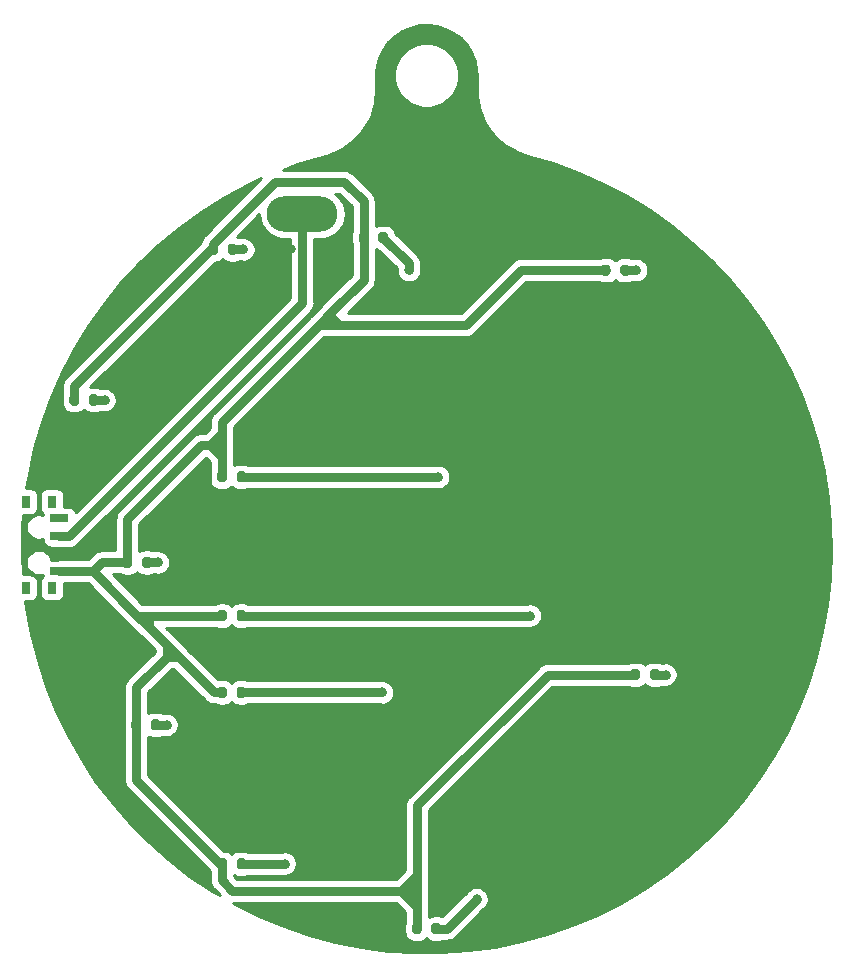
<source format=gbr>
%TF.GenerationSoftware,KiCad,Pcbnew,(5.1.10)-1*%
%TF.CreationDate,2021-10-20T07:52:33+02:00*%
%TF.ProjectId,TVZ_kuglica,54565a5f-6b75-4676-9c69-63612e6b6963,rev?*%
%TF.SameCoordinates,Original*%
%TF.FileFunction,Copper,L2,Bot*%
%TF.FilePolarity,Positive*%
%FSLAX46Y46*%
G04 Gerber Fmt 4.6, Leading zero omitted, Abs format (unit mm)*
G04 Created by KiCad (PCBNEW (5.1.10)-1) date 2021-10-20 07:52:33*
%MOMM*%
%LPD*%
G01*
G04 APERTURE LIST*
%TA.AperFunction,SMDPad,CuDef*%
%ADD10O,6.000000X3.000000*%
%TD*%
%TA.AperFunction,SMDPad,CuDef*%
%ADD11R,1.500000X0.700000*%
%TD*%
%TA.AperFunction,SMDPad,CuDef*%
%ADD12R,0.800000X1.000000*%
%TD*%
%TA.AperFunction,ViaPad*%
%ADD13C,0.800000*%
%TD*%
%TA.AperFunction,Conductor*%
%ADD14C,0.762000*%
%TD*%
%TA.AperFunction,Conductor*%
%ADD15C,0.254000*%
%TD*%
%TA.AperFunction,Conductor*%
%ADD16C,0.100000*%
%TD*%
G04 APERTURE END LIST*
D10*
%TO.P,BT1,1*%
%TO.N,VCC*%
X126500000Y-71750000D03*
%TO.P,BT1,2*%
%TO.N,GND*%
X145500000Y-71750000D03*
%TD*%
D11*
%TO.P,SW1,1*%
%TO.N,Net-(R1-Pad1)*%
X105930000Y-102000000D03*
%TO.P,SW1,2*%
%TO.N,VCC*%
X105930000Y-99000000D03*
%TO.P,SW1,3*%
%TO.N,Net-(SW1-Pad3)*%
X105930000Y-97500000D03*
D12*
%TO.P,SW1,*%
%TO.N,*%
X103070000Y-103400000D03*
X103070000Y-96100000D03*
X105280000Y-96100000D03*
X105280000Y-103400000D03*
%TD*%
%TO.P,R1,2*%
%TO.N,Net-(D1-Pad1)*%
%TA.AperFunction,SMDPad,CuDef*%
G36*
G01*
X108425000Y-87775000D02*
X108425000Y-87225000D01*
G75*
G02*
X108625000Y-87025000I200000J0D01*
G01*
X109025000Y-87025000D01*
G75*
G02*
X109225000Y-87225000I0J-200000D01*
G01*
X109225000Y-87775000D01*
G75*
G02*
X109025000Y-87975000I-200000J0D01*
G01*
X108625000Y-87975000D01*
G75*
G02*
X108425000Y-87775000I0J200000D01*
G01*
G37*
%TD.AperFunction*%
%TO.P,R1,1*%
%TO.N,Net-(R1-Pad1)*%
%TA.AperFunction,SMDPad,CuDef*%
G36*
G01*
X106775000Y-87775000D02*
X106775000Y-87225000D01*
G75*
G02*
X106975000Y-87025000I200000J0D01*
G01*
X107375000Y-87025000D01*
G75*
G02*
X107575000Y-87225000I0J-200000D01*
G01*
X107575000Y-87775000D01*
G75*
G02*
X107375000Y-87975000I-200000J0D01*
G01*
X106975000Y-87975000D01*
G75*
G02*
X106775000Y-87775000I0J200000D01*
G01*
G37*
%TD.AperFunction*%
%TD*%
%TO.P,R2,1*%
%TO.N,Net-(R1-Pad1)*%
%TA.AperFunction,SMDPad,CuDef*%
G36*
G01*
X118525000Y-75025000D02*
X118525000Y-74475000D01*
G75*
G02*
X118725000Y-74275000I200000J0D01*
G01*
X119125000Y-74275000D01*
G75*
G02*
X119325000Y-74475000I0J-200000D01*
G01*
X119325000Y-75025000D01*
G75*
G02*
X119125000Y-75225000I-200000J0D01*
G01*
X118725000Y-75225000D01*
G75*
G02*
X118525000Y-75025000I0J200000D01*
G01*
G37*
%TD.AperFunction*%
%TO.P,R2,2*%
%TO.N,Net-(D2-Pad1)*%
%TA.AperFunction,SMDPad,CuDef*%
G36*
G01*
X120175000Y-75025000D02*
X120175000Y-74475000D01*
G75*
G02*
X120375000Y-74275000I200000J0D01*
G01*
X120775000Y-74275000D01*
G75*
G02*
X120975000Y-74475000I0J-200000D01*
G01*
X120975000Y-75025000D01*
G75*
G02*
X120775000Y-75225000I-200000J0D01*
G01*
X120375000Y-75225000D01*
G75*
G02*
X120175000Y-75025000I0J200000D01*
G01*
G37*
%TD.AperFunction*%
%TD*%
%TO.P,R3,2*%
%TO.N,Net-(D3-Pad1)*%
%TA.AperFunction,SMDPad,CuDef*%
G36*
G01*
X153425000Y-76775000D02*
X153425000Y-76225000D01*
G75*
G02*
X153625000Y-76025000I200000J0D01*
G01*
X154025000Y-76025000D01*
G75*
G02*
X154225000Y-76225000I0J-200000D01*
G01*
X154225000Y-76775000D01*
G75*
G02*
X154025000Y-76975000I-200000J0D01*
G01*
X153625000Y-76975000D01*
G75*
G02*
X153425000Y-76775000I0J200000D01*
G01*
G37*
%TD.AperFunction*%
%TO.P,R3,1*%
%TO.N,Net-(R1-Pad1)*%
%TA.AperFunction,SMDPad,CuDef*%
G36*
G01*
X151775000Y-76775000D02*
X151775000Y-76225000D01*
G75*
G02*
X151975000Y-76025000I200000J0D01*
G01*
X152375000Y-76025000D01*
G75*
G02*
X152575000Y-76225000I0J-200000D01*
G01*
X152575000Y-76775000D01*
G75*
G02*
X152375000Y-76975000I-200000J0D01*
G01*
X151975000Y-76975000D01*
G75*
G02*
X151775000Y-76775000I0J200000D01*
G01*
G37*
%TD.AperFunction*%
%TD*%
%TO.P,R4,1*%
%TO.N,Net-(R1-Pad1)*%
%TA.AperFunction,SMDPad,CuDef*%
G36*
G01*
X119275000Y-112525000D02*
X119275000Y-111975000D01*
G75*
G02*
X119475000Y-111775000I200000J0D01*
G01*
X119875000Y-111775000D01*
G75*
G02*
X120075000Y-111975000I0J-200000D01*
G01*
X120075000Y-112525000D01*
G75*
G02*
X119875000Y-112725000I-200000J0D01*
G01*
X119475000Y-112725000D01*
G75*
G02*
X119275000Y-112525000I0J200000D01*
G01*
G37*
%TD.AperFunction*%
%TO.P,R4,2*%
%TO.N,Net-(D4-Pad1)*%
%TA.AperFunction,SMDPad,CuDef*%
G36*
G01*
X120925000Y-112525000D02*
X120925000Y-111975000D01*
G75*
G02*
X121125000Y-111775000I200000J0D01*
G01*
X121525000Y-111775000D01*
G75*
G02*
X121725000Y-111975000I0J-200000D01*
G01*
X121725000Y-112525000D01*
G75*
G02*
X121525000Y-112725000I-200000J0D01*
G01*
X121125000Y-112725000D01*
G75*
G02*
X120925000Y-112525000I0J200000D01*
G01*
G37*
%TD.AperFunction*%
%TD*%
%TO.P,R5,2*%
%TO.N,Net-(D5-Pad1)*%
%TA.AperFunction,SMDPad,CuDef*%
G36*
G01*
X113675000Y-115275000D02*
X113675000Y-114725000D01*
G75*
G02*
X113875000Y-114525000I200000J0D01*
G01*
X114275000Y-114525000D01*
G75*
G02*
X114475000Y-114725000I0J-200000D01*
G01*
X114475000Y-115275000D01*
G75*
G02*
X114275000Y-115475000I-200000J0D01*
G01*
X113875000Y-115475000D01*
G75*
G02*
X113675000Y-115275000I0J200000D01*
G01*
G37*
%TD.AperFunction*%
%TO.P,R5,1*%
%TO.N,Net-(R1-Pad1)*%
%TA.AperFunction,SMDPad,CuDef*%
G36*
G01*
X112025000Y-115275000D02*
X112025000Y-114725000D01*
G75*
G02*
X112225000Y-114525000I200000J0D01*
G01*
X112625000Y-114525000D01*
G75*
G02*
X112825000Y-114725000I0J-200000D01*
G01*
X112825000Y-115275000D01*
G75*
G02*
X112625000Y-115475000I-200000J0D01*
G01*
X112225000Y-115475000D01*
G75*
G02*
X112025000Y-115275000I0J200000D01*
G01*
G37*
%TD.AperFunction*%
%TD*%
%TO.P,R6,1*%
%TO.N,Net-(R1-Pad1)*%
%TA.AperFunction,SMDPad,CuDef*%
G36*
G01*
X111275000Y-101525000D02*
X111275000Y-100975000D01*
G75*
G02*
X111475000Y-100775000I200000J0D01*
G01*
X111875000Y-100775000D01*
G75*
G02*
X112075000Y-100975000I0J-200000D01*
G01*
X112075000Y-101525000D01*
G75*
G02*
X111875000Y-101725000I-200000J0D01*
G01*
X111475000Y-101725000D01*
G75*
G02*
X111275000Y-101525000I0J200000D01*
G01*
G37*
%TD.AperFunction*%
%TO.P,R6,2*%
%TO.N,Net-(D6-Pad1)*%
%TA.AperFunction,SMDPad,CuDef*%
G36*
G01*
X112925000Y-101525000D02*
X112925000Y-100975000D01*
G75*
G02*
X113125000Y-100775000I200000J0D01*
G01*
X113525000Y-100775000D01*
G75*
G02*
X113725000Y-100975000I0J-200000D01*
G01*
X113725000Y-101525000D01*
G75*
G02*
X113525000Y-101725000I-200000J0D01*
G01*
X113125000Y-101725000D01*
G75*
G02*
X112925000Y-101525000I0J200000D01*
G01*
G37*
%TD.AperFunction*%
%TD*%
%TO.P,R7,2*%
%TO.N,Net-(D7-Pad1)*%
%TA.AperFunction,SMDPad,CuDef*%
G36*
G01*
X137425000Y-132525000D02*
X137425000Y-131975000D01*
G75*
G02*
X137625000Y-131775000I200000J0D01*
G01*
X138025000Y-131775000D01*
G75*
G02*
X138225000Y-131975000I0J-200000D01*
G01*
X138225000Y-132525000D01*
G75*
G02*
X138025000Y-132725000I-200000J0D01*
G01*
X137625000Y-132725000D01*
G75*
G02*
X137425000Y-132525000I0J200000D01*
G01*
G37*
%TD.AperFunction*%
%TO.P,R7,1*%
%TO.N,Net-(R1-Pad1)*%
%TA.AperFunction,SMDPad,CuDef*%
G36*
G01*
X135775000Y-132525000D02*
X135775000Y-131975000D01*
G75*
G02*
X135975000Y-131775000I200000J0D01*
G01*
X136375000Y-131775000D01*
G75*
G02*
X136575000Y-131975000I0J-200000D01*
G01*
X136575000Y-132525000D01*
G75*
G02*
X136375000Y-132725000I-200000J0D01*
G01*
X135975000Y-132725000D01*
G75*
G02*
X135775000Y-132525000I0J200000D01*
G01*
G37*
%TD.AperFunction*%
%TD*%
%TO.P,R8,1*%
%TO.N,Net-(R1-Pad1)*%
%TA.AperFunction,SMDPad,CuDef*%
G36*
G01*
X154275000Y-111025000D02*
X154275000Y-110475000D01*
G75*
G02*
X154475000Y-110275000I200000J0D01*
G01*
X154875000Y-110275000D01*
G75*
G02*
X155075000Y-110475000I0J-200000D01*
G01*
X155075000Y-111025000D01*
G75*
G02*
X154875000Y-111225000I-200000J0D01*
G01*
X154475000Y-111225000D01*
G75*
G02*
X154275000Y-111025000I0J200000D01*
G01*
G37*
%TD.AperFunction*%
%TO.P,R8,2*%
%TO.N,Net-(D8-Pad1)*%
%TA.AperFunction,SMDPad,CuDef*%
G36*
G01*
X155925000Y-111025000D02*
X155925000Y-110475000D01*
G75*
G02*
X156125000Y-110275000I200000J0D01*
G01*
X156525000Y-110275000D01*
G75*
G02*
X156725000Y-110475000I0J-200000D01*
G01*
X156725000Y-111025000D01*
G75*
G02*
X156525000Y-111225000I-200000J0D01*
G01*
X156125000Y-111225000D01*
G75*
G02*
X155925000Y-111025000I0J200000D01*
G01*
G37*
%TD.AperFunction*%
%TD*%
%TO.P,R9,2*%
%TO.N,Net-(D9-Pad1)*%
%TA.AperFunction,SMDPad,CuDef*%
G36*
G01*
X132925000Y-74025000D02*
X132925000Y-73475000D01*
G75*
G02*
X133125000Y-73275000I200000J0D01*
G01*
X133525000Y-73275000D01*
G75*
G02*
X133725000Y-73475000I0J-200000D01*
G01*
X133725000Y-74025000D01*
G75*
G02*
X133525000Y-74225000I-200000J0D01*
G01*
X133125000Y-74225000D01*
G75*
G02*
X132925000Y-74025000I0J200000D01*
G01*
G37*
%TD.AperFunction*%
%TO.P,R9,1*%
%TO.N,Net-(R1-Pad1)*%
%TA.AperFunction,SMDPad,CuDef*%
G36*
G01*
X131275000Y-74025000D02*
X131275000Y-73475000D01*
G75*
G02*
X131475000Y-73275000I200000J0D01*
G01*
X131875000Y-73275000D01*
G75*
G02*
X132075000Y-73475000I0J-200000D01*
G01*
X132075000Y-74025000D01*
G75*
G02*
X131875000Y-74225000I-200000J0D01*
G01*
X131475000Y-74225000D01*
G75*
G02*
X131275000Y-74025000I0J200000D01*
G01*
G37*
%TD.AperFunction*%
%TD*%
%TO.P,R10,1*%
%TO.N,Net-(R1-Pad1)*%
%TA.AperFunction,SMDPad,CuDef*%
G36*
G01*
X119275000Y-106025000D02*
X119275000Y-105475000D01*
G75*
G02*
X119475000Y-105275000I200000J0D01*
G01*
X119875000Y-105275000D01*
G75*
G02*
X120075000Y-105475000I0J-200000D01*
G01*
X120075000Y-106025000D01*
G75*
G02*
X119875000Y-106225000I-200000J0D01*
G01*
X119475000Y-106225000D01*
G75*
G02*
X119275000Y-106025000I0J200000D01*
G01*
G37*
%TD.AperFunction*%
%TO.P,R10,2*%
%TO.N,Net-(D10-Pad1)*%
%TA.AperFunction,SMDPad,CuDef*%
G36*
G01*
X120925000Y-106025000D02*
X120925000Y-105475000D01*
G75*
G02*
X121125000Y-105275000I200000J0D01*
G01*
X121525000Y-105275000D01*
G75*
G02*
X121725000Y-105475000I0J-200000D01*
G01*
X121725000Y-106025000D01*
G75*
G02*
X121525000Y-106225000I-200000J0D01*
G01*
X121125000Y-106225000D01*
G75*
G02*
X120925000Y-106025000I0J200000D01*
G01*
G37*
%TD.AperFunction*%
%TD*%
%TO.P,R11,2*%
%TO.N,Net-(D11-Pad1)*%
%TA.AperFunction,SMDPad,CuDef*%
G36*
G01*
X120925000Y-127025000D02*
X120925000Y-126475000D01*
G75*
G02*
X121125000Y-126275000I200000J0D01*
G01*
X121525000Y-126275000D01*
G75*
G02*
X121725000Y-126475000I0J-200000D01*
G01*
X121725000Y-127025000D01*
G75*
G02*
X121525000Y-127225000I-200000J0D01*
G01*
X121125000Y-127225000D01*
G75*
G02*
X120925000Y-127025000I0J200000D01*
G01*
G37*
%TD.AperFunction*%
%TO.P,R11,1*%
%TO.N,Net-(R1-Pad1)*%
%TA.AperFunction,SMDPad,CuDef*%
G36*
G01*
X119275000Y-127025000D02*
X119275000Y-126475000D01*
G75*
G02*
X119475000Y-126275000I200000J0D01*
G01*
X119875000Y-126275000D01*
G75*
G02*
X120075000Y-126475000I0J-200000D01*
G01*
X120075000Y-127025000D01*
G75*
G02*
X119875000Y-127225000I-200000J0D01*
G01*
X119475000Y-127225000D01*
G75*
G02*
X119275000Y-127025000I0J200000D01*
G01*
G37*
%TD.AperFunction*%
%TD*%
%TO.P,R12,1*%
%TO.N,Net-(R1-Pad1)*%
%TA.AperFunction,SMDPad,CuDef*%
G36*
G01*
X119275000Y-94275000D02*
X119275000Y-93725000D01*
G75*
G02*
X119475000Y-93525000I200000J0D01*
G01*
X119875000Y-93525000D01*
G75*
G02*
X120075000Y-93725000I0J-200000D01*
G01*
X120075000Y-94275000D01*
G75*
G02*
X119875000Y-94475000I-200000J0D01*
G01*
X119475000Y-94475000D01*
G75*
G02*
X119275000Y-94275000I0J200000D01*
G01*
G37*
%TD.AperFunction*%
%TO.P,R12,2*%
%TO.N,Net-(D12-Pad1)*%
%TA.AperFunction,SMDPad,CuDef*%
G36*
G01*
X120925000Y-94275000D02*
X120925000Y-93725000D01*
G75*
G02*
X121125000Y-93525000I200000J0D01*
G01*
X121525000Y-93525000D01*
G75*
G02*
X121725000Y-93725000I0J-200000D01*
G01*
X121725000Y-94275000D01*
G75*
G02*
X121525000Y-94475000I-200000J0D01*
G01*
X121125000Y-94475000D01*
G75*
G02*
X120925000Y-94275000I0J200000D01*
G01*
G37*
%TD.AperFunction*%
%TD*%
D13*
%TO.N,Net-(D1-Pad1)*%
X109750000Y-87500000D03*
%TO.N,GND*%
X125500000Y-74750000D03*
X113750000Y-87500000D03*
X158750000Y-76500000D03*
X139500000Y-76500000D03*
X142000000Y-94000000D03*
X118250000Y-101250000D03*
X149750000Y-105750000D03*
X161250000Y-110750000D03*
X137250000Y-112250000D03*
X129000000Y-126750000D03*
X119000000Y-115000000D03*
X145250000Y-129750000D03*
X151500000Y-79500000D03*
X129750000Y-73500000D03*
X120500000Y-81500000D03*
X126750000Y-92000000D03*
X158250000Y-90250000D03*
X154500000Y-99000000D03*
X166750000Y-103750000D03*
X147250000Y-108250000D03*
X163000000Y-116750000D03*
X145250000Y-116250000D03*
X124000000Y-107500000D03*
X111000000Y-107500000D03*
X115500000Y-125500000D03*
X139750000Y-125500000D03*
X141250000Y-132750000D03*
X154250000Y-123750000D03*
%TO.N,Net-(D2-Pad1)*%
X121500000Y-74750000D03*
%TO.N,Net-(D3-Pad1)*%
X154750000Y-76500000D03*
%TO.N,Net-(D4-Pad1)*%
X133250000Y-112250000D03*
%TO.N,Net-(D5-Pad1)*%
X115000000Y-115000000D03*
%TO.N,Net-(D6-Pad1)*%
X114250000Y-101250000D03*
%TO.N,Net-(D7-Pad1)*%
X141250000Y-129750000D03*
%TO.N,Net-(D8-Pad1)*%
X157250000Y-110750000D03*
%TO.N,Net-(D9-Pad1)*%
X135500000Y-76500000D03*
%TO.N,Net-(D10-Pad1)*%
X145750000Y-105750000D03*
%TO.N,Net-(D11-Pad1)*%
X125000000Y-126750000D03*
%TO.N,Net-(D12-Pad1)*%
X138000000Y-94000000D03*
%TD*%
D14*
%TO.N,Net-(D1-Pad1)*%
X108825000Y-87500000D02*
X109750000Y-87500000D01*
%TO.N,VCC*%
X126500000Y-71750000D02*
X126500000Y-79250000D01*
X106750000Y-99000000D02*
X105930000Y-99000000D01*
X126500000Y-79250000D02*
X106750000Y-99000000D01*
%TO.N,Net-(D2-Pad1)*%
X120575000Y-74750000D02*
X121500000Y-74750000D01*
%TO.N,Net-(D3-Pad1)*%
X154750000Y-76500000D02*
X153825000Y-76500000D01*
%TO.N,Net-(D4-Pad1)*%
X121325000Y-112250000D02*
X133250000Y-112250000D01*
%TO.N,Net-(D5-Pad1)*%
X114075000Y-115000000D02*
X115000000Y-115000000D01*
%TO.N,Net-(D6-Pad1)*%
X114250000Y-101250000D02*
X113325000Y-101250000D01*
%TO.N,Net-(D7-Pad1)*%
X138750000Y-132250000D02*
X141250000Y-129750000D01*
X137825000Y-132250000D02*
X138750000Y-132250000D01*
%TO.N,Net-(D8-Pad1)*%
X156325000Y-110750000D02*
X157250000Y-110750000D01*
%TO.N,Net-(D9-Pad1)*%
X135500000Y-75925000D02*
X133325000Y-73750000D01*
X135500000Y-76500000D02*
X135500000Y-75925000D01*
%TO.N,Net-(D10-Pad1)*%
X121325000Y-105750000D02*
X145750000Y-105750000D01*
%TO.N,Net-(D11-Pad1)*%
X125000000Y-126750000D02*
X121325000Y-126750000D01*
%TO.N,Net-(D12-Pad1)*%
X138000000Y-94000000D02*
X121325000Y-94000000D01*
%TO.N,Net-(R1-Pad1)*%
X111675000Y-101250000D02*
X109500000Y-101250000D01*
X108750000Y-102000000D02*
X105930000Y-102000000D01*
X109500000Y-101250000D02*
X108750000Y-102000000D01*
X112500000Y-105750000D02*
X108750000Y-102000000D01*
X119000000Y-112250000D02*
X119675000Y-112250000D01*
X113500000Y-106000000D02*
X113750000Y-105750000D01*
X113500000Y-106750000D02*
X113500000Y-106000000D01*
X113750000Y-105750000D02*
X112500000Y-105750000D01*
X119675000Y-105750000D02*
X113750000Y-105750000D01*
X112500000Y-105750000D02*
X113500000Y-106750000D01*
X112425000Y-115000000D02*
X112425000Y-111825000D01*
X116000000Y-109250000D02*
X116125000Y-109375000D01*
X115000000Y-109250000D02*
X116000000Y-109250000D01*
X115500000Y-108750000D02*
X116125000Y-109375000D01*
X112425000Y-111825000D02*
X115000000Y-109250000D01*
X116125000Y-109375000D02*
X119000000Y-112250000D01*
X115000000Y-109250000D02*
X115500000Y-108750000D01*
X115000000Y-109250000D02*
X115000000Y-108250000D01*
X115000000Y-108250000D02*
X115500000Y-108750000D01*
X113500000Y-106750000D02*
X115000000Y-108250000D01*
X112425000Y-115000000D02*
X112425000Y-119675000D01*
X119500000Y-126750000D02*
X119675000Y-126750000D01*
X112425000Y-119675000D02*
X119500000Y-126750000D01*
X107175000Y-87500000D02*
X107175000Y-86325000D01*
X118750000Y-74750000D02*
X118925000Y-74750000D01*
X107175000Y-86325000D02*
X118750000Y-74750000D01*
X118925000Y-74275000D02*
X124200000Y-69000000D01*
X118925000Y-74750000D02*
X118925000Y-74275000D01*
X124200000Y-69000000D02*
X130000000Y-69000000D01*
X131675000Y-70675000D02*
X131675000Y-73750000D01*
X130000000Y-69000000D02*
X131675000Y-70675000D01*
X131675000Y-73750000D02*
X131675000Y-77325000D01*
X111675000Y-101250000D02*
X111675000Y-97575000D01*
X111675000Y-97575000D02*
X117925000Y-91325000D01*
X118675000Y-91325000D02*
X119675000Y-90325000D01*
X119675000Y-90325000D02*
X119675000Y-91325000D01*
X119675000Y-89325000D02*
X119675000Y-90325000D01*
X117925000Y-91325000D02*
X118575000Y-91325000D01*
X118575000Y-91325000D02*
X119675000Y-91325000D01*
X118675000Y-91325000D02*
X119675000Y-92325000D01*
X118575000Y-91325000D02*
X118675000Y-91325000D01*
X119675000Y-92325000D02*
X119675000Y-94000000D01*
X119675000Y-91325000D02*
X119675000Y-92325000D01*
X154675000Y-110750000D02*
X147250000Y-110750000D01*
X147250000Y-110750000D02*
X136175000Y-121825000D01*
X119675000Y-126750000D02*
X119675000Y-128175000D01*
X119675000Y-128175000D02*
X120575000Y-129075000D01*
X134825000Y-129075000D02*
X136175000Y-129075000D01*
X136175000Y-130425000D02*
X134825000Y-129075000D01*
X120575000Y-129075000D02*
X134825000Y-129075000D01*
X136175000Y-129075000D02*
X136175000Y-130425000D01*
X136175000Y-130425000D02*
X136175000Y-132250000D01*
X136075000Y-127825000D02*
X134825000Y-129075000D01*
X136175000Y-127825000D02*
X136075000Y-127825000D01*
X136175000Y-121825000D02*
X136175000Y-127825000D01*
X136175000Y-127825000D02*
X136175000Y-129075000D01*
X152175000Y-76500000D02*
X145000000Y-76500000D01*
X145000000Y-76500000D02*
X140375000Y-81125000D01*
X127875000Y-81125000D02*
X119675000Y-89325000D01*
X128875000Y-80375000D02*
X129625000Y-81125000D01*
X128875000Y-80125000D02*
X128875000Y-80375000D01*
X129625000Y-81125000D02*
X127875000Y-81125000D01*
X140375000Y-81125000D02*
X129625000Y-81125000D01*
X131675000Y-77325000D02*
X128875000Y-80125000D01*
X128875000Y-80125000D02*
X127875000Y-81125000D01*
%TD*%
D15*
%TO.N,GND*%
X137886138Y-55831059D02*
X138610388Y-56053867D01*
X139283738Y-56401409D01*
X139884901Y-56862699D01*
X140394872Y-57423149D01*
X140797540Y-58065057D01*
X141080170Y-58768122D01*
X141236190Y-59521513D01*
X141265000Y-60021169D01*
X141265001Y-61306272D01*
X141266298Y-61319440D01*
X141278413Y-61656049D01*
X141278863Y-61659632D01*
X141278707Y-61663242D01*
X141287438Y-61747410D01*
X141429908Y-62624862D01*
X141435629Y-62647269D01*
X141438736Y-62670183D01*
X141462234Y-62751474D01*
X141757835Y-63589830D01*
X141767433Y-63610870D01*
X141774549Y-63632871D01*
X141812059Y-63708691D01*
X141812071Y-63708717D01*
X141812077Y-63708725D01*
X142251461Y-64481476D01*
X142264630Y-64500478D01*
X142275533Y-64520879D01*
X142325894Y-64588881D01*
X142895182Y-65271616D01*
X142911512Y-65287990D01*
X142925851Y-65306132D01*
X142987458Y-65364142D01*
X143668651Y-65935276D01*
X143687625Y-65948502D01*
X143704950Y-65963817D01*
X143775855Y-66010000D01*
X144547423Y-66451478D01*
X144568436Y-66461133D01*
X144588200Y-66473139D01*
X144666163Y-66506036D01*
X145503715Y-66803905D01*
X145508021Y-66805017D01*
X145525587Y-66811299D01*
X145542755Y-66816572D01*
X147746053Y-67464098D01*
X149878711Y-68247813D01*
X151954729Y-69171140D01*
X153965017Y-70230036D01*
X155900673Y-71419812D01*
X157753239Y-72735268D01*
X159514561Y-74170616D01*
X161176886Y-75719540D01*
X162732884Y-77375207D01*
X164175738Y-79130360D01*
X165499106Y-80977290D01*
X166697162Y-82907865D01*
X167764630Y-84913581D01*
X168696830Y-86985643D01*
X169489658Y-89114933D01*
X170139624Y-91292080D01*
X170643873Y-93507517D01*
X171000188Y-95751501D01*
X171207004Y-98014175D01*
X171263407Y-100285560D01*
X171169153Y-102555700D01*
X170924654Y-104814605D01*
X170530986Y-107052337D01*
X169989882Y-109259064D01*
X169303718Y-111425077D01*
X168475512Y-113540851D01*
X167508906Y-115597090D01*
X166408155Y-117584736D01*
X165178083Y-119495080D01*
X163824120Y-121319689D01*
X162352204Y-123050560D01*
X160768823Y-124680064D01*
X159080926Y-126201055D01*
X157295931Y-127606843D01*
X155421695Y-128891239D01*
X153466456Y-130048599D01*
X151438820Y-131073832D01*
X149347702Y-131962428D01*
X147202263Y-132710493D01*
X145011999Y-133314718D01*
X142786467Y-133772464D01*
X140535523Y-134081705D01*
X138269022Y-134241089D01*
X135996953Y-134249911D01*
X133729262Y-134108134D01*
X131475992Y-133816385D01*
X129246983Y-133375938D01*
X127052076Y-132788738D01*
X124900917Y-132057366D01*
X122802939Y-131185029D01*
X120767401Y-130175574D01*
X120622383Y-130091247D01*
X120624893Y-130091000D01*
X134404160Y-130091000D01*
X135159000Y-130845841D01*
X135159001Y-131791820D01*
X135153031Y-131811500D01*
X135136928Y-131975000D01*
X135136928Y-132525000D01*
X135153031Y-132688500D01*
X135200722Y-132845716D01*
X135278169Y-132990608D01*
X135382394Y-133117606D01*
X135509392Y-133221831D01*
X135654284Y-133299278D01*
X135811500Y-133346969D01*
X135975000Y-133363072D01*
X136375000Y-133363072D01*
X136538500Y-133346969D01*
X136695716Y-133299278D01*
X136840608Y-133221831D01*
X136967606Y-133117606D01*
X137000000Y-133078134D01*
X137032394Y-133117606D01*
X137159392Y-133221831D01*
X137304284Y-133299278D01*
X137461500Y-133346969D01*
X137625000Y-133363072D01*
X138025000Y-133363072D01*
X138188500Y-133346969D01*
X138345716Y-133299278D01*
X138407974Y-133266000D01*
X138700098Y-133266000D01*
X138750000Y-133270915D01*
X138799902Y-133266000D01*
X138949171Y-133251298D01*
X139140687Y-133193202D01*
X139317190Y-133098860D01*
X139471896Y-132971896D01*
X139503712Y-132933128D01*
X141828797Y-130608044D01*
X141909774Y-130553937D01*
X142053937Y-130409774D01*
X142167205Y-130240256D01*
X142245226Y-130051898D01*
X142285000Y-129851939D01*
X142285000Y-129648061D01*
X142245226Y-129448102D01*
X142167205Y-129259744D01*
X142053937Y-129090226D01*
X141909774Y-128946063D01*
X141740256Y-128832795D01*
X141551898Y-128754774D01*
X141351939Y-128715000D01*
X141148061Y-128715000D01*
X140948102Y-128754774D01*
X140759744Y-128832795D01*
X140590226Y-128946063D01*
X140446063Y-129090226D01*
X140391956Y-129171203D01*
X138356613Y-131206547D01*
X138345716Y-131200722D01*
X138188500Y-131153031D01*
X138025000Y-131136928D01*
X137625000Y-131136928D01*
X137461500Y-131153031D01*
X137304284Y-131200722D01*
X137191000Y-131261274D01*
X137191000Y-130474893D01*
X137195914Y-130424999D01*
X137191000Y-130375105D01*
X137191000Y-129124902D01*
X137195915Y-129075000D01*
X137191000Y-129025098D01*
X137191000Y-127874902D01*
X137195915Y-127825000D01*
X137191000Y-127775098D01*
X137191000Y-122245840D01*
X147670841Y-111766000D01*
X154092026Y-111766000D01*
X154154284Y-111799278D01*
X154311500Y-111846969D01*
X154475000Y-111863072D01*
X154875000Y-111863072D01*
X155038500Y-111846969D01*
X155195716Y-111799278D01*
X155340608Y-111721831D01*
X155467606Y-111617606D01*
X155500000Y-111578134D01*
X155532394Y-111617606D01*
X155659392Y-111721831D01*
X155804284Y-111799278D01*
X155961500Y-111846969D01*
X156125000Y-111863072D01*
X156525000Y-111863072D01*
X156688500Y-111846969D01*
X156845716Y-111799278D01*
X156907974Y-111766000D01*
X157052541Y-111766000D01*
X157148061Y-111785000D01*
X157351939Y-111785000D01*
X157551898Y-111745226D01*
X157740256Y-111667205D01*
X157909774Y-111553937D01*
X158053937Y-111409774D01*
X158167205Y-111240256D01*
X158245226Y-111051898D01*
X158285000Y-110851939D01*
X158285000Y-110648061D01*
X158245226Y-110448102D01*
X158167205Y-110259744D01*
X158053937Y-110090226D01*
X157909774Y-109946063D01*
X157740256Y-109832795D01*
X157551898Y-109754774D01*
X157351939Y-109715000D01*
X157148061Y-109715000D01*
X157052541Y-109734000D01*
X156907974Y-109734000D01*
X156845716Y-109700722D01*
X156688500Y-109653031D01*
X156525000Y-109636928D01*
X156125000Y-109636928D01*
X155961500Y-109653031D01*
X155804284Y-109700722D01*
X155659392Y-109778169D01*
X155532394Y-109882394D01*
X155500000Y-109921866D01*
X155467606Y-109882394D01*
X155340608Y-109778169D01*
X155195716Y-109700722D01*
X155038500Y-109653031D01*
X154875000Y-109636928D01*
X154475000Y-109636928D01*
X154311500Y-109653031D01*
X154154284Y-109700722D01*
X154092026Y-109734000D01*
X147299893Y-109734000D01*
X147249999Y-109729086D01*
X147200105Y-109734000D01*
X147200098Y-109734000D01*
X147050829Y-109748702D01*
X146859313Y-109806798D01*
X146682810Y-109901140D01*
X146528104Y-110028104D01*
X146496292Y-110066867D01*
X135491872Y-121071288D01*
X135453104Y-121103104D01*
X135326140Y-121257810D01*
X135231798Y-121434314D01*
X135184121Y-121591484D01*
X135173702Y-121625830D01*
X135154085Y-121825000D01*
X135159000Y-121874902D01*
X135159001Y-127304158D01*
X134404160Y-128059000D01*
X120995841Y-128059000D01*
X120691000Y-127754160D01*
X120691000Y-127738726D01*
X120804284Y-127799278D01*
X120961500Y-127846969D01*
X121125000Y-127863072D01*
X121525000Y-127863072D01*
X121688500Y-127846969D01*
X121845716Y-127799278D01*
X121907974Y-127766000D01*
X124802541Y-127766000D01*
X124898061Y-127785000D01*
X125101939Y-127785000D01*
X125301898Y-127745226D01*
X125490256Y-127667205D01*
X125659774Y-127553937D01*
X125803937Y-127409774D01*
X125917205Y-127240256D01*
X125995226Y-127051898D01*
X126035000Y-126851939D01*
X126035000Y-126648061D01*
X125995226Y-126448102D01*
X125917205Y-126259744D01*
X125803937Y-126090226D01*
X125659774Y-125946063D01*
X125490256Y-125832795D01*
X125301898Y-125754774D01*
X125101939Y-125715000D01*
X124898061Y-125715000D01*
X124802541Y-125734000D01*
X121907974Y-125734000D01*
X121845716Y-125700722D01*
X121688500Y-125653031D01*
X121525000Y-125636928D01*
X121125000Y-125636928D01*
X120961500Y-125653031D01*
X120804284Y-125700722D01*
X120659392Y-125778169D01*
X120532394Y-125882394D01*
X120500000Y-125921866D01*
X120467606Y-125882394D01*
X120340608Y-125778169D01*
X120195716Y-125700722D01*
X120038500Y-125653031D01*
X119875000Y-125636928D01*
X119823769Y-125636928D01*
X113441000Y-119254160D01*
X113441000Y-115988726D01*
X113554284Y-116049278D01*
X113711500Y-116096969D01*
X113875000Y-116113072D01*
X114275000Y-116113072D01*
X114438500Y-116096969D01*
X114595716Y-116049278D01*
X114657974Y-116016000D01*
X114802541Y-116016000D01*
X114898061Y-116035000D01*
X115101939Y-116035000D01*
X115301898Y-115995226D01*
X115490256Y-115917205D01*
X115659774Y-115803937D01*
X115803937Y-115659774D01*
X115917205Y-115490256D01*
X115995226Y-115301898D01*
X116035000Y-115101939D01*
X116035000Y-114898061D01*
X115995226Y-114698102D01*
X115917205Y-114509744D01*
X115803937Y-114340226D01*
X115659774Y-114196063D01*
X115490256Y-114082795D01*
X115301898Y-114004774D01*
X115101939Y-113965000D01*
X114898061Y-113965000D01*
X114802541Y-113984000D01*
X114657974Y-113984000D01*
X114595716Y-113950722D01*
X114438500Y-113903031D01*
X114275000Y-113886928D01*
X113875000Y-113886928D01*
X113711500Y-113903031D01*
X113554284Y-113950722D01*
X113441000Y-114011274D01*
X113441000Y-112245840D01*
X115420841Y-110266000D01*
X115579160Y-110266000D01*
X118246292Y-112933133D01*
X118278104Y-112971896D01*
X118432810Y-113098860D01*
X118609313Y-113193202D01*
X118800829Y-113251298D01*
X118906522Y-113261708D01*
X119000000Y-113270915D01*
X119049902Y-113266000D01*
X119092026Y-113266000D01*
X119154284Y-113299278D01*
X119311500Y-113346969D01*
X119475000Y-113363072D01*
X119875000Y-113363072D01*
X120038500Y-113346969D01*
X120195716Y-113299278D01*
X120340608Y-113221831D01*
X120467606Y-113117606D01*
X120500000Y-113078134D01*
X120532394Y-113117606D01*
X120659392Y-113221831D01*
X120804284Y-113299278D01*
X120961500Y-113346969D01*
X121125000Y-113363072D01*
X121525000Y-113363072D01*
X121688500Y-113346969D01*
X121845716Y-113299278D01*
X121907974Y-113266000D01*
X133052541Y-113266000D01*
X133148061Y-113285000D01*
X133351939Y-113285000D01*
X133551898Y-113245226D01*
X133740256Y-113167205D01*
X133909774Y-113053937D01*
X134053937Y-112909774D01*
X134167205Y-112740256D01*
X134245226Y-112551898D01*
X134285000Y-112351939D01*
X134285000Y-112148061D01*
X134245226Y-111948102D01*
X134167205Y-111759744D01*
X134053937Y-111590226D01*
X133909774Y-111446063D01*
X133740256Y-111332795D01*
X133551898Y-111254774D01*
X133351939Y-111215000D01*
X133148061Y-111215000D01*
X133052541Y-111234000D01*
X121907974Y-111234000D01*
X121845716Y-111200722D01*
X121688500Y-111153031D01*
X121525000Y-111136928D01*
X121125000Y-111136928D01*
X120961500Y-111153031D01*
X120804284Y-111200722D01*
X120659392Y-111278169D01*
X120532394Y-111382394D01*
X120500000Y-111421866D01*
X120467606Y-111382394D01*
X120340608Y-111278169D01*
X120195716Y-111200722D01*
X120038500Y-111153031D01*
X119875000Y-111136928D01*
X119475000Y-111136928D01*
X119337328Y-111150487D01*
X116808134Y-108621294D01*
X116753713Y-108566873D01*
X116721896Y-108528104D01*
X116683127Y-108496287D01*
X116253710Y-108066870D01*
X116221896Y-108028104D01*
X116183130Y-107996290D01*
X115753713Y-107566873D01*
X115721896Y-107528104D01*
X115683133Y-107496292D01*
X114952840Y-106766000D01*
X119092026Y-106766000D01*
X119154284Y-106799278D01*
X119311500Y-106846969D01*
X119475000Y-106863072D01*
X119875000Y-106863072D01*
X120038500Y-106846969D01*
X120195716Y-106799278D01*
X120340608Y-106721831D01*
X120467606Y-106617606D01*
X120500000Y-106578134D01*
X120532394Y-106617606D01*
X120659392Y-106721831D01*
X120804284Y-106799278D01*
X120961500Y-106846969D01*
X121125000Y-106863072D01*
X121525000Y-106863072D01*
X121688500Y-106846969D01*
X121845716Y-106799278D01*
X121907974Y-106766000D01*
X145552541Y-106766000D01*
X145648061Y-106785000D01*
X145851939Y-106785000D01*
X146051898Y-106745226D01*
X146240256Y-106667205D01*
X146409774Y-106553937D01*
X146553937Y-106409774D01*
X146667205Y-106240256D01*
X146745226Y-106051898D01*
X146785000Y-105851939D01*
X146785000Y-105648061D01*
X146745226Y-105448102D01*
X146667205Y-105259744D01*
X146553937Y-105090226D01*
X146409774Y-104946063D01*
X146240256Y-104832795D01*
X146051898Y-104754774D01*
X145851939Y-104715000D01*
X145648061Y-104715000D01*
X145552541Y-104734000D01*
X121907974Y-104734000D01*
X121845716Y-104700722D01*
X121688500Y-104653031D01*
X121525000Y-104636928D01*
X121125000Y-104636928D01*
X120961500Y-104653031D01*
X120804284Y-104700722D01*
X120659392Y-104778169D01*
X120532394Y-104882394D01*
X120500000Y-104921866D01*
X120467606Y-104882394D01*
X120340608Y-104778169D01*
X120195716Y-104700722D01*
X120038500Y-104653031D01*
X119875000Y-104636928D01*
X119475000Y-104636928D01*
X119311500Y-104653031D01*
X119154284Y-104700722D01*
X119092026Y-104734000D01*
X113799893Y-104734000D01*
X113749999Y-104729086D01*
X113700105Y-104734000D01*
X112920841Y-104734000D01*
X110452840Y-102266000D01*
X111092026Y-102266000D01*
X111154284Y-102299278D01*
X111311500Y-102346969D01*
X111475000Y-102363072D01*
X111875000Y-102363072D01*
X112038500Y-102346969D01*
X112195716Y-102299278D01*
X112340608Y-102221831D01*
X112467606Y-102117606D01*
X112500000Y-102078134D01*
X112532394Y-102117606D01*
X112659392Y-102221831D01*
X112804284Y-102299278D01*
X112961500Y-102346969D01*
X113125000Y-102363072D01*
X113525000Y-102363072D01*
X113688500Y-102346969D01*
X113845716Y-102299278D01*
X113907974Y-102266000D01*
X114052541Y-102266000D01*
X114148061Y-102285000D01*
X114351939Y-102285000D01*
X114551898Y-102245226D01*
X114740256Y-102167205D01*
X114909774Y-102053937D01*
X115053937Y-101909774D01*
X115167205Y-101740256D01*
X115245226Y-101551898D01*
X115285000Y-101351939D01*
X115285000Y-101148061D01*
X115245226Y-100948102D01*
X115167205Y-100759744D01*
X115053937Y-100590226D01*
X114909774Y-100446063D01*
X114740256Y-100332795D01*
X114551898Y-100254774D01*
X114351939Y-100215000D01*
X114148061Y-100215000D01*
X114052541Y-100234000D01*
X113907974Y-100234000D01*
X113845716Y-100200722D01*
X113688500Y-100153031D01*
X113525000Y-100136928D01*
X113125000Y-100136928D01*
X112961500Y-100153031D01*
X112804284Y-100200722D01*
X112691000Y-100261274D01*
X112691000Y-97995840D01*
X118300000Y-92386841D01*
X118659000Y-92745841D01*
X118659001Y-93541821D01*
X118653031Y-93561500D01*
X118636928Y-93725000D01*
X118636928Y-94275000D01*
X118653031Y-94438500D01*
X118700722Y-94595716D01*
X118778169Y-94740608D01*
X118882394Y-94867606D01*
X119009392Y-94971831D01*
X119154284Y-95049278D01*
X119311500Y-95096969D01*
X119475000Y-95113072D01*
X119875000Y-95113072D01*
X120038500Y-95096969D01*
X120195716Y-95049278D01*
X120340608Y-94971831D01*
X120467606Y-94867606D01*
X120500000Y-94828134D01*
X120532394Y-94867606D01*
X120659392Y-94971831D01*
X120804284Y-95049278D01*
X120961500Y-95096969D01*
X121125000Y-95113072D01*
X121525000Y-95113072D01*
X121688500Y-95096969D01*
X121845716Y-95049278D01*
X121907974Y-95016000D01*
X137802541Y-95016000D01*
X137898061Y-95035000D01*
X138101939Y-95035000D01*
X138301898Y-94995226D01*
X138490256Y-94917205D01*
X138659774Y-94803937D01*
X138803937Y-94659774D01*
X138917205Y-94490256D01*
X138995226Y-94301898D01*
X139035000Y-94101939D01*
X139035000Y-93898061D01*
X138995226Y-93698102D01*
X138917205Y-93509744D01*
X138803937Y-93340226D01*
X138659774Y-93196063D01*
X138490256Y-93082795D01*
X138301898Y-93004774D01*
X138101939Y-92965000D01*
X137898061Y-92965000D01*
X137802541Y-92984000D01*
X121907974Y-92984000D01*
X121845716Y-92950722D01*
X121688500Y-92903031D01*
X121525000Y-92886928D01*
X121125000Y-92886928D01*
X120961500Y-92903031D01*
X120804284Y-92950722D01*
X120691000Y-93011274D01*
X120691000Y-92374902D01*
X120695915Y-92325000D01*
X120691000Y-92275098D01*
X120691000Y-91374902D01*
X120695915Y-91325000D01*
X120691000Y-91275098D01*
X120691000Y-90374902D01*
X120695915Y-90325000D01*
X120691000Y-90275098D01*
X120691000Y-89745840D01*
X128295841Y-82141000D01*
X129575105Y-82141000D01*
X129624999Y-82145914D01*
X129674893Y-82141000D01*
X140325098Y-82141000D01*
X140375000Y-82145915D01*
X140424902Y-82141000D01*
X140574171Y-82126298D01*
X140765687Y-82068202D01*
X140942190Y-81973860D01*
X141096896Y-81846896D01*
X141128712Y-81808128D01*
X145420841Y-77516000D01*
X151592026Y-77516000D01*
X151654284Y-77549278D01*
X151811500Y-77596969D01*
X151975000Y-77613072D01*
X152375000Y-77613072D01*
X152538500Y-77596969D01*
X152695716Y-77549278D01*
X152840608Y-77471831D01*
X152967606Y-77367606D01*
X153000000Y-77328134D01*
X153032394Y-77367606D01*
X153159392Y-77471831D01*
X153304284Y-77549278D01*
X153461500Y-77596969D01*
X153625000Y-77613072D01*
X154025000Y-77613072D01*
X154188500Y-77596969D01*
X154345716Y-77549278D01*
X154407974Y-77516000D01*
X154552541Y-77516000D01*
X154648061Y-77535000D01*
X154851939Y-77535000D01*
X155051898Y-77495226D01*
X155240256Y-77417205D01*
X155409774Y-77303937D01*
X155553937Y-77159774D01*
X155667205Y-76990256D01*
X155745226Y-76801898D01*
X155785000Y-76601939D01*
X155785000Y-76398061D01*
X155745226Y-76198102D01*
X155667205Y-76009744D01*
X155553937Y-75840226D01*
X155409774Y-75696063D01*
X155240256Y-75582795D01*
X155051898Y-75504774D01*
X154851939Y-75465000D01*
X154648061Y-75465000D01*
X154552541Y-75484000D01*
X154407974Y-75484000D01*
X154345716Y-75450722D01*
X154188500Y-75403031D01*
X154025000Y-75386928D01*
X153625000Y-75386928D01*
X153461500Y-75403031D01*
X153304284Y-75450722D01*
X153159392Y-75528169D01*
X153032394Y-75632394D01*
X153000000Y-75671866D01*
X152967606Y-75632394D01*
X152840608Y-75528169D01*
X152695716Y-75450722D01*
X152538500Y-75403031D01*
X152375000Y-75386928D01*
X151975000Y-75386928D01*
X151811500Y-75403031D01*
X151654284Y-75450722D01*
X151592026Y-75484000D01*
X145049902Y-75484000D01*
X145000000Y-75479085D01*
X144950098Y-75484000D01*
X144800829Y-75498702D01*
X144609313Y-75556798D01*
X144432810Y-75651140D01*
X144278104Y-75778104D01*
X144246292Y-75816867D01*
X139954160Y-80109000D01*
X130327840Y-80109000D01*
X132358133Y-78078708D01*
X132396896Y-78046896D01*
X132523860Y-77892190D01*
X132618202Y-77715687D01*
X132676298Y-77524171D01*
X132691000Y-77374902D01*
X132695915Y-77325000D01*
X132691000Y-77275098D01*
X132691000Y-74738726D01*
X132804284Y-74799278D01*
X132961500Y-74846969D01*
X132987710Y-74849550D01*
X134476816Y-76338657D01*
X134465000Y-76398061D01*
X134465000Y-76601939D01*
X134504774Y-76801898D01*
X134582795Y-76990256D01*
X134696063Y-77159774D01*
X134840226Y-77303937D01*
X135009744Y-77417205D01*
X135198102Y-77495226D01*
X135398061Y-77535000D01*
X135601939Y-77535000D01*
X135801898Y-77495226D01*
X135990256Y-77417205D01*
X136159774Y-77303937D01*
X136303937Y-77159774D01*
X136417205Y-76990256D01*
X136495226Y-76801898D01*
X136535000Y-76601939D01*
X136535000Y-76398061D01*
X136516000Y-76302541D01*
X136516000Y-75974893D01*
X136520914Y-75924999D01*
X136516000Y-75875105D01*
X136516000Y-75875099D01*
X136501298Y-75725830D01*
X136501298Y-75725828D01*
X136474255Y-75636679D01*
X136443202Y-75534313D01*
X136348860Y-75357810D01*
X136221896Y-75203104D01*
X136183133Y-75171292D01*
X134349550Y-73337710D01*
X134346969Y-73311500D01*
X134299278Y-73154284D01*
X134221831Y-73009392D01*
X134117606Y-72882394D01*
X133990608Y-72778169D01*
X133845716Y-72700722D01*
X133688500Y-72653031D01*
X133525000Y-72636928D01*
X133125000Y-72636928D01*
X132961500Y-72653031D01*
X132804284Y-72700722D01*
X132691000Y-72761274D01*
X132691000Y-70724902D01*
X132695915Y-70675000D01*
X132676298Y-70475829D01*
X132618202Y-70284313D01*
X132599080Y-70248538D01*
X132523860Y-70107810D01*
X132396896Y-69953104D01*
X132358133Y-69921292D01*
X130753712Y-68316872D01*
X130721896Y-68278104D01*
X130567190Y-68151140D01*
X130390687Y-68056798D01*
X130199171Y-67998702D01*
X130049902Y-67984000D01*
X130000000Y-67979085D01*
X129950098Y-67984000D01*
X124844435Y-67984000D01*
X126001593Y-67548534D01*
X128186747Y-66887862D01*
X128436510Y-66822338D01*
X128452528Y-66817563D01*
X128459226Y-66815987D01*
X128804024Y-66713600D01*
X128807380Y-66712269D01*
X128810916Y-66711517D01*
X128890228Y-66682021D01*
X129704199Y-66324712D01*
X129724464Y-66313571D01*
X129745874Y-66304834D01*
X129818696Y-66261767D01*
X129818710Y-66261759D01*
X129818715Y-66261755D01*
X130556543Y-65765956D01*
X130574511Y-65751406D01*
X130594041Y-65739012D01*
X130658097Y-65683720D01*
X131296470Y-65065093D01*
X131311582Y-65047586D01*
X131328603Y-65031934D01*
X131381840Y-64966192D01*
X131381856Y-64966173D01*
X131381861Y-64966165D01*
X131900590Y-64244277D01*
X131912363Y-64224370D01*
X131926343Y-64205952D01*
X131967109Y-64131800D01*
X132349809Y-63329453D01*
X132357869Y-63307780D01*
X132368369Y-63287173D01*
X132395359Y-63206974D01*
X132629927Y-62349538D01*
X132634022Y-62326778D01*
X132640706Y-62304640D01*
X132653067Y-62220928D01*
X132731782Y-61338949D01*
X132735000Y-61306272D01*
X132735000Y-60032731D01*
X132762021Y-59729963D01*
X134258266Y-59729963D01*
X134258266Y-60270037D01*
X134363629Y-60799734D01*
X134570307Y-61298698D01*
X134870356Y-61747753D01*
X135252247Y-62129644D01*
X135701302Y-62429693D01*
X136200266Y-62636371D01*
X136729963Y-62741734D01*
X137270037Y-62741734D01*
X137799734Y-62636371D01*
X138298698Y-62429693D01*
X138747753Y-62129644D01*
X139129644Y-61747753D01*
X139429693Y-61298698D01*
X139636371Y-60799734D01*
X139741734Y-60270037D01*
X139741734Y-59729963D01*
X139636371Y-59200266D01*
X139429693Y-58701302D01*
X139129644Y-58252247D01*
X138747753Y-57870356D01*
X138298698Y-57570307D01*
X137799734Y-57363629D01*
X137270037Y-57258266D01*
X136729963Y-57258266D01*
X136200266Y-57363629D01*
X135701302Y-57570307D01*
X135252247Y-57870356D01*
X134870356Y-58252247D01*
X134570307Y-58701302D01*
X134363629Y-59200266D01*
X134258266Y-59729963D01*
X132762021Y-59729963D01*
X132805281Y-59245253D01*
X133005231Y-58514357D01*
X133331450Y-57830425D01*
X133773626Y-57215072D01*
X134317789Y-56687741D01*
X134946726Y-56265114D01*
X135640570Y-55960537D01*
X136377386Y-55783643D01*
X137133871Y-55740024D01*
X137886138Y-55831059D01*
%TA.AperFunction,Conductor*%
D16*
G36*
X137886138Y-55831059D02*
G01*
X138610388Y-56053867D01*
X139283738Y-56401409D01*
X139884901Y-56862699D01*
X140394872Y-57423149D01*
X140797540Y-58065057D01*
X141080170Y-58768122D01*
X141236190Y-59521513D01*
X141265000Y-60021169D01*
X141265001Y-61306272D01*
X141266298Y-61319440D01*
X141278413Y-61656049D01*
X141278863Y-61659632D01*
X141278707Y-61663242D01*
X141287438Y-61747410D01*
X141429908Y-62624862D01*
X141435629Y-62647269D01*
X141438736Y-62670183D01*
X141462234Y-62751474D01*
X141757835Y-63589830D01*
X141767433Y-63610870D01*
X141774549Y-63632871D01*
X141812059Y-63708691D01*
X141812071Y-63708717D01*
X141812077Y-63708725D01*
X142251461Y-64481476D01*
X142264630Y-64500478D01*
X142275533Y-64520879D01*
X142325894Y-64588881D01*
X142895182Y-65271616D01*
X142911512Y-65287990D01*
X142925851Y-65306132D01*
X142987458Y-65364142D01*
X143668651Y-65935276D01*
X143687625Y-65948502D01*
X143704950Y-65963817D01*
X143775855Y-66010000D01*
X144547423Y-66451478D01*
X144568436Y-66461133D01*
X144588200Y-66473139D01*
X144666163Y-66506036D01*
X145503715Y-66803905D01*
X145508021Y-66805017D01*
X145525587Y-66811299D01*
X145542755Y-66816572D01*
X147746053Y-67464098D01*
X149878711Y-68247813D01*
X151954729Y-69171140D01*
X153965017Y-70230036D01*
X155900673Y-71419812D01*
X157753239Y-72735268D01*
X159514561Y-74170616D01*
X161176886Y-75719540D01*
X162732884Y-77375207D01*
X164175738Y-79130360D01*
X165499106Y-80977290D01*
X166697162Y-82907865D01*
X167764630Y-84913581D01*
X168696830Y-86985643D01*
X169489658Y-89114933D01*
X170139624Y-91292080D01*
X170643873Y-93507517D01*
X171000188Y-95751501D01*
X171207004Y-98014175D01*
X171263407Y-100285560D01*
X171169153Y-102555700D01*
X170924654Y-104814605D01*
X170530986Y-107052337D01*
X169989882Y-109259064D01*
X169303718Y-111425077D01*
X168475512Y-113540851D01*
X167508906Y-115597090D01*
X166408155Y-117584736D01*
X165178083Y-119495080D01*
X163824120Y-121319689D01*
X162352204Y-123050560D01*
X160768823Y-124680064D01*
X159080926Y-126201055D01*
X157295931Y-127606843D01*
X155421695Y-128891239D01*
X153466456Y-130048599D01*
X151438820Y-131073832D01*
X149347702Y-131962428D01*
X147202263Y-132710493D01*
X145011999Y-133314718D01*
X142786467Y-133772464D01*
X140535523Y-134081705D01*
X138269022Y-134241089D01*
X135996953Y-134249911D01*
X133729262Y-134108134D01*
X131475992Y-133816385D01*
X129246983Y-133375938D01*
X127052076Y-132788738D01*
X124900917Y-132057366D01*
X122802939Y-131185029D01*
X120767401Y-130175574D01*
X120622383Y-130091247D01*
X120624893Y-130091000D01*
X134404160Y-130091000D01*
X135159000Y-130845841D01*
X135159001Y-131791820D01*
X135153031Y-131811500D01*
X135136928Y-131975000D01*
X135136928Y-132525000D01*
X135153031Y-132688500D01*
X135200722Y-132845716D01*
X135278169Y-132990608D01*
X135382394Y-133117606D01*
X135509392Y-133221831D01*
X135654284Y-133299278D01*
X135811500Y-133346969D01*
X135975000Y-133363072D01*
X136375000Y-133363072D01*
X136538500Y-133346969D01*
X136695716Y-133299278D01*
X136840608Y-133221831D01*
X136967606Y-133117606D01*
X137000000Y-133078134D01*
X137032394Y-133117606D01*
X137159392Y-133221831D01*
X137304284Y-133299278D01*
X137461500Y-133346969D01*
X137625000Y-133363072D01*
X138025000Y-133363072D01*
X138188500Y-133346969D01*
X138345716Y-133299278D01*
X138407974Y-133266000D01*
X138700098Y-133266000D01*
X138750000Y-133270915D01*
X138799902Y-133266000D01*
X138949171Y-133251298D01*
X139140687Y-133193202D01*
X139317190Y-133098860D01*
X139471896Y-132971896D01*
X139503712Y-132933128D01*
X141828797Y-130608044D01*
X141909774Y-130553937D01*
X142053937Y-130409774D01*
X142167205Y-130240256D01*
X142245226Y-130051898D01*
X142285000Y-129851939D01*
X142285000Y-129648061D01*
X142245226Y-129448102D01*
X142167205Y-129259744D01*
X142053937Y-129090226D01*
X141909774Y-128946063D01*
X141740256Y-128832795D01*
X141551898Y-128754774D01*
X141351939Y-128715000D01*
X141148061Y-128715000D01*
X140948102Y-128754774D01*
X140759744Y-128832795D01*
X140590226Y-128946063D01*
X140446063Y-129090226D01*
X140391956Y-129171203D01*
X138356613Y-131206547D01*
X138345716Y-131200722D01*
X138188500Y-131153031D01*
X138025000Y-131136928D01*
X137625000Y-131136928D01*
X137461500Y-131153031D01*
X137304284Y-131200722D01*
X137191000Y-131261274D01*
X137191000Y-130474893D01*
X137195914Y-130424999D01*
X137191000Y-130375105D01*
X137191000Y-129124902D01*
X137195915Y-129075000D01*
X137191000Y-129025098D01*
X137191000Y-127874902D01*
X137195915Y-127825000D01*
X137191000Y-127775098D01*
X137191000Y-122245840D01*
X147670841Y-111766000D01*
X154092026Y-111766000D01*
X154154284Y-111799278D01*
X154311500Y-111846969D01*
X154475000Y-111863072D01*
X154875000Y-111863072D01*
X155038500Y-111846969D01*
X155195716Y-111799278D01*
X155340608Y-111721831D01*
X155467606Y-111617606D01*
X155500000Y-111578134D01*
X155532394Y-111617606D01*
X155659392Y-111721831D01*
X155804284Y-111799278D01*
X155961500Y-111846969D01*
X156125000Y-111863072D01*
X156525000Y-111863072D01*
X156688500Y-111846969D01*
X156845716Y-111799278D01*
X156907974Y-111766000D01*
X157052541Y-111766000D01*
X157148061Y-111785000D01*
X157351939Y-111785000D01*
X157551898Y-111745226D01*
X157740256Y-111667205D01*
X157909774Y-111553937D01*
X158053937Y-111409774D01*
X158167205Y-111240256D01*
X158245226Y-111051898D01*
X158285000Y-110851939D01*
X158285000Y-110648061D01*
X158245226Y-110448102D01*
X158167205Y-110259744D01*
X158053937Y-110090226D01*
X157909774Y-109946063D01*
X157740256Y-109832795D01*
X157551898Y-109754774D01*
X157351939Y-109715000D01*
X157148061Y-109715000D01*
X157052541Y-109734000D01*
X156907974Y-109734000D01*
X156845716Y-109700722D01*
X156688500Y-109653031D01*
X156525000Y-109636928D01*
X156125000Y-109636928D01*
X155961500Y-109653031D01*
X155804284Y-109700722D01*
X155659392Y-109778169D01*
X155532394Y-109882394D01*
X155500000Y-109921866D01*
X155467606Y-109882394D01*
X155340608Y-109778169D01*
X155195716Y-109700722D01*
X155038500Y-109653031D01*
X154875000Y-109636928D01*
X154475000Y-109636928D01*
X154311500Y-109653031D01*
X154154284Y-109700722D01*
X154092026Y-109734000D01*
X147299893Y-109734000D01*
X147249999Y-109729086D01*
X147200105Y-109734000D01*
X147200098Y-109734000D01*
X147050829Y-109748702D01*
X146859313Y-109806798D01*
X146682810Y-109901140D01*
X146528104Y-110028104D01*
X146496292Y-110066867D01*
X135491872Y-121071288D01*
X135453104Y-121103104D01*
X135326140Y-121257810D01*
X135231798Y-121434314D01*
X135184121Y-121591484D01*
X135173702Y-121625830D01*
X135154085Y-121825000D01*
X135159000Y-121874902D01*
X135159001Y-127304158D01*
X134404160Y-128059000D01*
X120995841Y-128059000D01*
X120691000Y-127754160D01*
X120691000Y-127738726D01*
X120804284Y-127799278D01*
X120961500Y-127846969D01*
X121125000Y-127863072D01*
X121525000Y-127863072D01*
X121688500Y-127846969D01*
X121845716Y-127799278D01*
X121907974Y-127766000D01*
X124802541Y-127766000D01*
X124898061Y-127785000D01*
X125101939Y-127785000D01*
X125301898Y-127745226D01*
X125490256Y-127667205D01*
X125659774Y-127553937D01*
X125803937Y-127409774D01*
X125917205Y-127240256D01*
X125995226Y-127051898D01*
X126035000Y-126851939D01*
X126035000Y-126648061D01*
X125995226Y-126448102D01*
X125917205Y-126259744D01*
X125803937Y-126090226D01*
X125659774Y-125946063D01*
X125490256Y-125832795D01*
X125301898Y-125754774D01*
X125101939Y-125715000D01*
X124898061Y-125715000D01*
X124802541Y-125734000D01*
X121907974Y-125734000D01*
X121845716Y-125700722D01*
X121688500Y-125653031D01*
X121525000Y-125636928D01*
X121125000Y-125636928D01*
X120961500Y-125653031D01*
X120804284Y-125700722D01*
X120659392Y-125778169D01*
X120532394Y-125882394D01*
X120500000Y-125921866D01*
X120467606Y-125882394D01*
X120340608Y-125778169D01*
X120195716Y-125700722D01*
X120038500Y-125653031D01*
X119875000Y-125636928D01*
X119823769Y-125636928D01*
X113441000Y-119254160D01*
X113441000Y-115988726D01*
X113554284Y-116049278D01*
X113711500Y-116096969D01*
X113875000Y-116113072D01*
X114275000Y-116113072D01*
X114438500Y-116096969D01*
X114595716Y-116049278D01*
X114657974Y-116016000D01*
X114802541Y-116016000D01*
X114898061Y-116035000D01*
X115101939Y-116035000D01*
X115301898Y-115995226D01*
X115490256Y-115917205D01*
X115659774Y-115803937D01*
X115803937Y-115659774D01*
X115917205Y-115490256D01*
X115995226Y-115301898D01*
X116035000Y-115101939D01*
X116035000Y-114898061D01*
X115995226Y-114698102D01*
X115917205Y-114509744D01*
X115803937Y-114340226D01*
X115659774Y-114196063D01*
X115490256Y-114082795D01*
X115301898Y-114004774D01*
X115101939Y-113965000D01*
X114898061Y-113965000D01*
X114802541Y-113984000D01*
X114657974Y-113984000D01*
X114595716Y-113950722D01*
X114438500Y-113903031D01*
X114275000Y-113886928D01*
X113875000Y-113886928D01*
X113711500Y-113903031D01*
X113554284Y-113950722D01*
X113441000Y-114011274D01*
X113441000Y-112245840D01*
X115420841Y-110266000D01*
X115579160Y-110266000D01*
X118246292Y-112933133D01*
X118278104Y-112971896D01*
X118432810Y-113098860D01*
X118609313Y-113193202D01*
X118800829Y-113251298D01*
X118906522Y-113261708D01*
X119000000Y-113270915D01*
X119049902Y-113266000D01*
X119092026Y-113266000D01*
X119154284Y-113299278D01*
X119311500Y-113346969D01*
X119475000Y-113363072D01*
X119875000Y-113363072D01*
X120038500Y-113346969D01*
X120195716Y-113299278D01*
X120340608Y-113221831D01*
X120467606Y-113117606D01*
X120500000Y-113078134D01*
X120532394Y-113117606D01*
X120659392Y-113221831D01*
X120804284Y-113299278D01*
X120961500Y-113346969D01*
X121125000Y-113363072D01*
X121525000Y-113363072D01*
X121688500Y-113346969D01*
X121845716Y-113299278D01*
X121907974Y-113266000D01*
X133052541Y-113266000D01*
X133148061Y-113285000D01*
X133351939Y-113285000D01*
X133551898Y-113245226D01*
X133740256Y-113167205D01*
X133909774Y-113053937D01*
X134053937Y-112909774D01*
X134167205Y-112740256D01*
X134245226Y-112551898D01*
X134285000Y-112351939D01*
X134285000Y-112148061D01*
X134245226Y-111948102D01*
X134167205Y-111759744D01*
X134053937Y-111590226D01*
X133909774Y-111446063D01*
X133740256Y-111332795D01*
X133551898Y-111254774D01*
X133351939Y-111215000D01*
X133148061Y-111215000D01*
X133052541Y-111234000D01*
X121907974Y-111234000D01*
X121845716Y-111200722D01*
X121688500Y-111153031D01*
X121525000Y-111136928D01*
X121125000Y-111136928D01*
X120961500Y-111153031D01*
X120804284Y-111200722D01*
X120659392Y-111278169D01*
X120532394Y-111382394D01*
X120500000Y-111421866D01*
X120467606Y-111382394D01*
X120340608Y-111278169D01*
X120195716Y-111200722D01*
X120038500Y-111153031D01*
X119875000Y-111136928D01*
X119475000Y-111136928D01*
X119337328Y-111150487D01*
X116808134Y-108621294D01*
X116753713Y-108566873D01*
X116721896Y-108528104D01*
X116683127Y-108496287D01*
X116253710Y-108066870D01*
X116221896Y-108028104D01*
X116183130Y-107996290D01*
X115753713Y-107566873D01*
X115721896Y-107528104D01*
X115683133Y-107496292D01*
X114952840Y-106766000D01*
X119092026Y-106766000D01*
X119154284Y-106799278D01*
X119311500Y-106846969D01*
X119475000Y-106863072D01*
X119875000Y-106863072D01*
X120038500Y-106846969D01*
X120195716Y-106799278D01*
X120340608Y-106721831D01*
X120467606Y-106617606D01*
X120500000Y-106578134D01*
X120532394Y-106617606D01*
X120659392Y-106721831D01*
X120804284Y-106799278D01*
X120961500Y-106846969D01*
X121125000Y-106863072D01*
X121525000Y-106863072D01*
X121688500Y-106846969D01*
X121845716Y-106799278D01*
X121907974Y-106766000D01*
X145552541Y-106766000D01*
X145648061Y-106785000D01*
X145851939Y-106785000D01*
X146051898Y-106745226D01*
X146240256Y-106667205D01*
X146409774Y-106553937D01*
X146553937Y-106409774D01*
X146667205Y-106240256D01*
X146745226Y-106051898D01*
X146785000Y-105851939D01*
X146785000Y-105648061D01*
X146745226Y-105448102D01*
X146667205Y-105259744D01*
X146553937Y-105090226D01*
X146409774Y-104946063D01*
X146240256Y-104832795D01*
X146051898Y-104754774D01*
X145851939Y-104715000D01*
X145648061Y-104715000D01*
X145552541Y-104734000D01*
X121907974Y-104734000D01*
X121845716Y-104700722D01*
X121688500Y-104653031D01*
X121525000Y-104636928D01*
X121125000Y-104636928D01*
X120961500Y-104653031D01*
X120804284Y-104700722D01*
X120659392Y-104778169D01*
X120532394Y-104882394D01*
X120500000Y-104921866D01*
X120467606Y-104882394D01*
X120340608Y-104778169D01*
X120195716Y-104700722D01*
X120038500Y-104653031D01*
X119875000Y-104636928D01*
X119475000Y-104636928D01*
X119311500Y-104653031D01*
X119154284Y-104700722D01*
X119092026Y-104734000D01*
X113799893Y-104734000D01*
X113749999Y-104729086D01*
X113700105Y-104734000D01*
X112920841Y-104734000D01*
X110452840Y-102266000D01*
X111092026Y-102266000D01*
X111154284Y-102299278D01*
X111311500Y-102346969D01*
X111475000Y-102363072D01*
X111875000Y-102363072D01*
X112038500Y-102346969D01*
X112195716Y-102299278D01*
X112340608Y-102221831D01*
X112467606Y-102117606D01*
X112500000Y-102078134D01*
X112532394Y-102117606D01*
X112659392Y-102221831D01*
X112804284Y-102299278D01*
X112961500Y-102346969D01*
X113125000Y-102363072D01*
X113525000Y-102363072D01*
X113688500Y-102346969D01*
X113845716Y-102299278D01*
X113907974Y-102266000D01*
X114052541Y-102266000D01*
X114148061Y-102285000D01*
X114351939Y-102285000D01*
X114551898Y-102245226D01*
X114740256Y-102167205D01*
X114909774Y-102053937D01*
X115053937Y-101909774D01*
X115167205Y-101740256D01*
X115245226Y-101551898D01*
X115285000Y-101351939D01*
X115285000Y-101148061D01*
X115245226Y-100948102D01*
X115167205Y-100759744D01*
X115053937Y-100590226D01*
X114909774Y-100446063D01*
X114740256Y-100332795D01*
X114551898Y-100254774D01*
X114351939Y-100215000D01*
X114148061Y-100215000D01*
X114052541Y-100234000D01*
X113907974Y-100234000D01*
X113845716Y-100200722D01*
X113688500Y-100153031D01*
X113525000Y-100136928D01*
X113125000Y-100136928D01*
X112961500Y-100153031D01*
X112804284Y-100200722D01*
X112691000Y-100261274D01*
X112691000Y-97995840D01*
X118300000Y-92386841D01*
X118659000Y-92745841D01*
X118659001Y-93541821D01*
X118653031Y-93561500D01*
X118636928Y-93725000D01*
X118636928Y-94275000D01*
X118653031Y-94438500D01*
X118700722Y-94595716D01*
X118778169Y-94740608D01*
X118882394Y-94867606D01*
X119009392Y-94971831D01*
X119154284Y-95049278D01*
X119311500Y-95096969D01*
X119475000Y-95113072D01*
X119875000Y-95113072D01*
X120038500Y-95096969D01*
X120195716Y-95049278D01*
X120340608Y-94971831D01*
X120467606Y-94867606D01*
X120500000Y-94828134D01*
X120532394Y-94867606D01*
X120659392Y-94971831D01*
X120804284Y-95049278D01*
X120961500Y-95096969D01*
X121125000Y-95113072D01*
X121525000Y-95113072D01*
X121688500Y-95096969D01*
X121845716Y-95049278D01*
X121907974Y-95016000D01*
X137802541Y-95016000D01*
X137898061Y-95035000D01*
X138101939Y-95035000D01*
X138301898Y-94995226D01*
X138490256Y-94917205D01*
X138659774Y-94803937D01*
X138803937Y-94659774D01*
X138917205Y-94490256D01*
X138995226Y-94301898D01*
X139035000Y-94101939D01*
X139035000Y-93898061D01*
X138995226Y-93698102D01*
X138917205Y-93509744D01*
X138803937Y-93340226D01*
X138659774Y-93196063D01*
X138490256Y-93082795D01*
X138301898Y-93004774D01*
X138101939Y-92965000D01*
X137898061Y-92965000D01*
X137802541Y-92984000D01*
X121907974Y-92984000D01*
X121845716Y-92950722D01*
X121688500Y-92903031D01*
X121525000Y-92886928D01*
X121125000Y-92886928D01*
X120961500Y-92903031D01*
X120804284Y-92950722D01*
X120691000Y-93011274D01*
X120691000Y-92374902D01*
X120695915Y-92325000D01*
X120691000Y-92275098D01*
X120691000Y-91374902D01*
X120695915Y-91325000D01*
X120691000Y-91275098D01*
X120691000Y-90374902D01*
X120695915Y-90325000D01*
X120691000Y-90275098D01*
X120691000Y-89745840D01*
X128295841Y-82141000D01*
X129575105Y-82141000D01*
X129624999Y-82145914D01*
X129674893Y-82141000D01*
X140325098Y-82141000D01*
X140375000Y-82145915D01*
X140424902Y-82141000D01*
X140574171Y-82126298D01*
X140765687Y-82068202D01*
X140942190Y-81973860D01*
X141096896Y-81846896D01*
X141128712Y-81808128D01*
X145420841Y-77516000D01*
X151592026Y-77516000D01*
X151654284Y-77549278D01*
X151811500Y-77596969D01*
X151975000Y-77613072D01*
X152375000Y-77613072D01*
X152538500Y-77596969D01*
X152695716Y-77549278D01*
X152840608Y-77471831D01*
X152967606Y-77367606D01*
X153000000Y-77328134D01*
X153032394Y-77367606D01*
X153159392Y-77471831D01*
X153304284Y-77549278D01*
X153461500Y-77596969D01*
X153625000Y-77613072D01*
X154025000Y-77613072D01*
X154188500Y-77596969D01*
X154345716Y-77549278D01*
X154407974Y-77516000D01*
X154552541Y-77516000D01*
X154648061Y-77535000D01*
X154851939Y-77535000D01*
X155051898Y-77495226D01*
X155240256Y-77417205D01*
X155409774Y-77303937D01*
X155553937Y-77159774D01*
X155667205Y-76990256D01*
X155745226Y-76801898D01*
X155785000Y-76601939D01*
X155785000Y-76398061D01*
X155745226Y-76198102D01*
X155667205Y-76009744D01*
X155553937Y-75840226D01*
X155409774Y-75696063D01*
X155240256Y-75582795D01*
X155051898Y-75504774D01*
X154851939Y-75465000D01*
X154648061Y-75465000D01*
X154552541Y-75484000D01*
X154407974Y-75484000D01*
X154345716Y-75450722D01*
X154188500Y-75403031D01*
X154025000Y-75386928D01*
X153625000Y-75386928D01*
X153461500Y-75403031D01*
X153304284Y-75450722D01*
X153159392Y-75528169D01*
X153032394Y-75632394D01*
X153000000Y-75671866D01*
X152967606Y-75632394D01*
X152840608Y-75528169D01*
X152695716Y-75450722D01*
X152538500Y-75403031D01*
X152375000Y-75386928D01*
X151975000Y-75386928D01*
X151811500Y-75403031D01*
X151654284Y-75450722D01*
X151592026Y-75484000D01*
X145049902Y-75484000D01*
X145000000Y-75479085D01*
X144950098Y-75484000D01*
X144800829Y-75498702D01*
X144609313Y-75556798D01*
X144432810Y-75651140D01*
X144278104Y-75778104D01*
X144246292Y-75816867D01*
X139954160Y-80109000D01*
X130327840Y-80109000D01*
X132358133Y-78078708D01*
X132396896Y-78046896D01*
X132523860Y-77892190D01*
X132618202Y-77715687D01*
X132676298Y-77524171D01*
X132691000Y-77374902D01*
X132695915Y-77325000D01*
X132691000Y-77275098D01*
X132691000Y-74738726D01*
X132804284Y-74799278D01*
X132961500Y-74846969D01*
X132987710Y-74849550D01*
X134476816Y-76338657D01*
X134465000Y-76398061D01*
X134465000Y-76601939D01*
X134504774Y-76801898D01*
X134582795Y-76990256D01*
X134696063Y-77159774D01*
X134840226Y-77303937D01*
X135009744Y-77417205D01*
X135198102Y-77495226D01*
X135398061Y-77535000D01*
X135601939Y-77535000D01*
X135801898Y-77495226D01*
X135990256Y-77417205D01*
X136159774Y-77303937D01*
X136303937Y-77159774D01*
X136417205Y-76990256D01*
X136495226Y-76801898D01*
X136535000Y-76601939D01*
X136535000Y-76398061D01*
X136516000Y-76302541D01*
X136516000Y-75974893D01*
X136520914Y-75924999D01*
X136516000Y-75875105D01*
X136516000Y-75875099D01*
X136501298Y-75725830D01*
X136501298Y-75725828D01*
X136474255Y-75636679D01*
X136443202Y-75534313D01*
X136348860Y-75357810D01*
X136221896Y-75203104D01*
X136183133Y-75171292D01*
X134349550Y-73337710D01*
X134346969Y-73311500D01*
X134299278Y-73154284D01*
X134221831Y-73009392D01*
X134117606Y-72882394D01*
X133990608Y-72778169D01*
X133845716Y-72700722D01*
X133688500Y-72653031D01*
X133525000Y-72636928D01*
X133125000Y-72636928D01*
X132961500Y-72653031D01*
X132804284Y-72700722D01*
X132691000Y-72761274D01*
X132691000Y-70724902D01*
X132695915Y-70675000D01*
X132676298Y-70475829D01*
X132618202Y-70284313D01*
X132599080Y-70248538D01*
X132523860Y-70107810D01*
X132396896Y-69953104D01*
X132358133Y-69921292D01*
X130753712Y-68316872D01*
X130721896Y-68278104D01*
X130567190Y-68151140D01*
X130390687Y-68056798D01*
X130199171Y-67998702D01*
X130049902Y-67984000D01*
X130000000Y-67979085D01*
X129950098Y-67984000D01*
X124844435Y-67984000D01*
X126001593Y-67548534D01*
X128186747Y-66887862D01*
X128436510Y-66822338D01*
X128452528Y-66817563D01*
X128459226Y-66815987D01*
X128804024Y-66713600D01*
X128807380Y-66712269D01*
X128810916Y-66711517D01*
X128890228Y-66682021D01*
X129704199Y-66324712D01*
X129724464Y-66313571D01*
X129745874Y-66304834D01*
X129818696Y-66261767D01*
X129818710Y-66261759D01*
X129818715Y-66261755D01*
X130556543Y-65765956D01*
X130574511Y-65751406D01*
X130594041Y-65739012D01*
X130658097Y-65683720D01*
X131296470Y-65065093D01*
X131311582Y-65047586D01*
X131328603Y-65031934D01*
X131381840Y-64966192D01*
X131381856Y-64966173D01*
X131381861Y-64966165D01*
X131900590Y-64244277D01*
X131912363Y-64224370D01*
X131926343Y-64205952D01*
X131967109Y-64131800D01*
X132349809Y-63329453D01*
X132357869Y-63307780D01*
X132368369Y-63287173D01*
X132395359Y-63206974D01*
X132629927Y-62349538D01*
X132634022Y-62326778D01*
X132640706Y-62304640D01*
X132653067Y-62220928D01*
X132731782Y-61338949D01*
X132735000Y-61306272D01*
X132735000Y-60032731D01*
X132762021Y-59729963D01*
X134258266Y-59729963D01*
X134258266Y-60270037D01*
X134363629Y-60799734D01*
X134570307Y-61298698D01*
X134870356Y-61747753D01*
X135252247Y-62129644D01*
X135701302Y-62429693D01*
X136200266Y-62636371D01*
X136729963Y-62741734D01*
X137270037Y-62741734D01*
X137799734Y-62636371D01*
X138298698Y-62429693D01*
X138747753Y-62129644D01*
X139129644Y-61747753D01*
X139429693Y-61298698D01*
X139636371Y-60799734D01*
X139741734Y-60270037D01*
X139741734Y-59729963D01*
X139636371Y-59200266D01*
X139429693Y-58701302D01*
X139129644Y-58252247D01*
X138747753Y-57870356D01*
X138298698Y-57570307D01*
X137799734Y-57363629D01*
X137270037Y-57258266D01*
X136729963Y-57258266D01*
X136200266Y-57363629D01*
X135701302Y-57570307D01*
X135252247Y-57870356D01*
X134870356Y-58252247D01*
X134570307Y-58701302D01*
X134363629Y-59200266D01*
X134258266Y-59729963D01*
X132762021Y-59729963D01*
X132805281Y-59245253D01*
X133005231Y-58514357D01*
X133331450Y-57830425D01*
X133773626Y-57215072D01*
X134317789Y-56687741D01*
X134946726Y-56265114D01*
X135640570Y-55960537D01*
X136377386Y-55783643D01*
X137133871Y-55740024D01*
X137886138Y-55831059D01*
G37*
%TD.AperFunction*%
D15*
X118241868Y-73521292D02*
X118203105Y-73553104D01*
X118076141Y-73707810D01*
X117981798Y-73884313D01*
X117923702Y-74075829D01*
X117920694Y-74106368D01*
X117916750Y-74146409D01*
X106491868Y-85571292D01*
X106453105Y-85603104D01*
X106326141Y-85757810D01*
X106231799Y-85934313D01*
X106173702Y-86125830D01*
X106154085Y-86325000D01*
X106159001Y-86374911D01*
X106159000Y-87041822D01*
X106153031Y-87061500D01*
X106136928Y-87225000D01*
X106136928Y-87775000D01*
X106153031Y-87938500D01*
X106200722Y-88095716D01*
X106278169Y-88240608D01*
X106382394Y-88367606D01*
X106509392Y-88471831D01*
X106654284Y-88549278D01*
X106811500Y-88596969D01*
X106975000Y-88613072D01*
X107375000Y-88613072D01*
X107538500Y-88596969D01*
X107695716Y-88549278D01*
X107840608Y-88471831D01*
X107967606Y-88367606D01*
X108000000Y-88328134D01*
X108032394Y-88367606D01*
X108159392Y-88471831D01*
X108304284Y-88549278D01*
X108461500Y-88596969D01*
X108625000Y-88613072D01*
X109025000Y-88613072D01*
X109188500Y-88596969D01*
X109345716Y-88549278D01*
X109407974Y-88516000D01*
X109552541Y-88516000D01*
X109648061Y-88535000D01*
X109851939Y-88535000D01*
X110051898Y-88495226D01*
X110240256Y-88417205D01*
X110409774Y-88303937D01*
X110553937Y-88159774D01*
X110667205Y-87990256D01*
X110745226Y-87801898D01*
X110785000Y-87601939D01*
X110785000Y-87398061D01*
X110745226Y-87198102D01*
X110667205Y-87009744D01*
X110553937Y-86840226D01*
X110409774Y-86696063D01*
X110240256Y-86582795D01*
X110051898Y-86504774D01*
X109851939Y-86465000D01*
X109648061Y-86465000D01*
X109552541Y-86484000D01*
X109407974Y-86484000D01*
X109345716Y-86450722D01*
X109188500Y-86403031D01*
X109025000Y-86386928D01*
X108625000Y-86386928D01*
X108541709Y-86395131D01*
X119073769Y-75863072D01*
X119125000Y-75863072D01*
X119288500Y-75846969D01*
X119445716Y-75799278D01*
X119590608Y-75721831D01*
X119717606Y-75617606D01*
X119750000Y-75578134D01*
X119782394Y-75617606D01*
X119909392Y-75721831D01*
X120054284Y-75799278D01*
X120211500Y-75846969D01*
X120375000Y-75863072D01*
X120775000Y-75863072D01*
X120938500Y-75846969D01*
X121095716Y-75799278D01*
X121157974Y-75766000D01*
X121302541Y-75766000D01*
X121398061Y-75785000D01*
X121601939Y-75785000D01*
X121801898Y-75745226D01*
X121990256Y-75667205D01*
X122159774Y-75553937D01*
X122303937Y-75409774D01*
X122417205Y-75240256D01*
X122495226Y-75051898D01*
X122535000Y-74851939D01*
X122535000Y-74648061D01*
X122495226Y-74448102D01*
X122417205Y-74259744D01*
X122303937Y-74090226D01*
X122159774Y-73946063D01*
X121990256Y-73832795D01*
X121801898Y-73754774D01*
X121601939Y-73715000D01*
X121398061Y-73715000D01*
X121302541Y-73734000D01*
X121157974Y-73734000D01*
X121095716Y-73700722D01*
X120973264Y-73663576D01*
X122857554Y-71779286D01*
X122895892Y-72168533D01*
X123017974Y-72570982D01*
X123216223Y-72941881D01*
X123483023Y-73266977D01*
X123808119Y-73533777D01*
X124179018Y-73732026D01*
X124581467Y-73854108D01*
X124895118Y-73885000D01*
X125484000Y-73885000D01*
X125484001Y-78829158D01*
X107301583Y-97011577D01*
X107269502Y-96905820D01*
X107210537Y-96795506D01*
X107131185Y-96698815D01*
X107034494Y-96619463D01*
X106924180Y-96560498D01*
X106804482Y-96524188D01*
X106680000Y-96511928D01*
X106318072Y-96511928D01*
X106318072Y-95600000D01*
X106305812Y-95475518D01*
X106269502Y-95355820D01*
X106210537Y-95245506D01*
X106131185Y-95148815D01*
X106034494Y-95069463D01*
X105924180Y-95010498D01*
X105804482Y-94974188D01*
X105680000Y-94961928D01*
X104880000Y-94961928D01*
X104755518Y-94974188D01*
X104635820Y-95010498D01*
X104525506Y-95069463D01*
X104428815Y-95148815D01*
X104349463Y-95245506D01*
X104290498Y-95355820D01*
X104254188Y-95475518D01*
X104241928Y-95600000D01*
X104241928Y-96600000D01*
X104254188Y-96724482D01*
X104290498Y-96844180D01*
X104349463Y-96954494D01*
X104428815Y-97051185D01*
X104525506Y-97130537D01*
X104542928Y-97139849D01*
X104541928Y-97150000D01*
X104541928Y-97229662D01*
X104486483Y-97206696D01*
X104276863Y-97165000D01*
X104063137Y-97165000D01*
X103853517Y-97206696D01*
X103656060Y-97288485D01*
X103478353Y-97407225D01*
X103327225Y-97558353D01*
X103208485Y-97736060D01*
X103126696Y-97933517D01*
X103085000Y-98143137D01*
X103085000Y-98356863D01*
X103126696Y-98566483D01*
X103208485Y-98763940D01*
X103327225Y-98941647D01*
X103478353Y-99092775D01*
X103656060Y-99211515D01*
X103853517Y-99293304D01*
X104063137Y-99335000D01*
X104276863Y-99335000D01*
X104486483Y-99293304D01*
X104541928Y-99270338D01*
X104541928Y-99350000D01*
X104554188Y-99474482D01*
X104590498Y-99594180D01*
X104649463Y-99704494D01*
X104728815Y-99801185D01*
X104825506Y-99880537D01*
X104935820Y-99939502D01*
X105055518Y-99975812D01*
X105180000Y-99988072D01*
X105687229Y-99988072D01*
X105730829Y-100001298D01*
X105880098Y-100016000D01*
X106700098Y-100016000D01*
X106750000Y-100020915D01*
X106799902Y-100016000D01*
X106949171Y-100001298D01*
X107140687Y-99943202D01*
X107317190Y-99848860D01*
X107471896Y-99721896D01*
X107503712Y-99683128D01*
X127183133Y-80003708D01*
X127221896Y-79971896D01*
X127348860Y-79817190D01*
X127410340Y-79702168D01*
X127443202Y-79640688D01*
X127501298Y-79449171D01*
X127520915Y-79250000D01*
X127516000Y-79200098D01*
X127516000Y-73885000D01*
X128104882Y-73885000D01*
X128418533Y-73854108D01*
X128820982Y-73732026D01*
X129191881Y-73533777D01*
X129516977Y-73266977D01*
X129783777Y-72941881D01*
X129982026Y-72570982D01*
X130104108Y-72168533D01*
X130145330Y-71750000D01*
X130104108Y-71331467D01*
X129982026Y-70929018D01*
X129783777Y-70558119D01*
X129516977Y-70233023D01*
X129252534Y-70016000D01*
X129579160Y-70016000D01*
X130659000Y-71095841D01*
X130659001Y-73291820D01*
X130653031Y-73311500D01*
X130636928Y-73475000D01*
X130636928Y-74025000D01*
X130653031Y-74188500D01*
X130659000Y-74208178D01*
X130659001Y-76904158D01*
X128191872Y-79371288D01*
X128153104Y-79403104D01*
X128121293Y-79441866D01*
X127191872Y-80371288D01*
X127153104Y-80403104D01*
X127121294Y-80441865D01*
X118991872Y-88571288D01*
X118953104Y-88603104D01*
X118826140Y-88757810D01*
X118731798Y-88934314D01*
X118675370Y-89120330D01*
X118673702Y-89125830D01*
X118654085Y-89325000D01*
X118659000Y-89374903D01*
X118659001Y-89904159D01*
X118254160Y-90309000D01*
X117974902Y-90309000D01*
X117925000Y-90304085D01*
X117875098Y-90309000D01*
X117725829Y-90323702D01*
X117534313Y-90381798D01*
X117357810Y-90476140D01*
X117203104Y-90603104D01*
X117171293Y-90641866D01*
X110991868Y-96821292D01*
X110953105Y-96853104D01*
X110826141Y-97007810D01*
X110816676Y-97025518D01*
X110731799Y-97184313D01*
X110673702Y-97375830D01*
X110654085Y-97575000D01*
X110659001Y-97624912D01*
X110659000Y-100234000D01*
X109549893Y-100234000D01*
X109499999Y-100229086D01*
X109450105Y-100234000D01*
X109450098Y-100234000D01*
X109300829Y-100248702D01*
X109109313Y-100306798D01*
X108932810Y-100401140D01*
X108778104Y-100528104D01*
X108746292Y-100566867D01*
X108329160Y-100984000D01*
X105880098Y-100984000D01*
X105730829Y-100998702D01*
X105687229Y-101011928D01*
X105228901Y-101011928D01*
X105213304Y-100933517D01*
X105131515Y-100736060D01*
X105012775Y-100558353D01*
X104861647Y-100407225D01*
X104683940Y-100288485D01*
X104486483Y-100206696D01*
X104276863Y-100165000D01*
X104063137Y-100165000D01*
X103853517Y-100206696D01*
X103656060Y-100288485D01*
X103478353Y-100407225D01*
X103327225Y-100558353D01*
X103208485Y-100736060D01*
X103126696Y-100933517D01*
X103085000Y-101143137D01*
X103085000Y-101356863D01*
X103126696Y-101566483D01*
X103208485Y-101763940D01*
X103327225Y-101941647D01*
X103478353Y-102092775D01*
X103656060Y-102211515D01*
X103853517Y-102293304D01*
X104063137Y-102335000D01*
X104276863Y-102335000D01*
X104486483Y-102293304D01*
X104541928Y-102270338D01*
X104541928Y-102350000D01*
X104542928Y-102360151D01*
X104525506Y-102369463D01*
X104428815Y-102448815D01*
X104349463Y-102545506D01*
X104290498Y-102655820D01*
X104254188Y-102775518D01*
X104241928Y-102900000D01*
X104241928Y-103900000D01*
X104254188Y-104024482D01*
X104290498Y-104144180D01*
X104349463Y-104254494D01*
X104428815Y-104351185D01*
X104525506Y-104430537D01*
X104635820Y-104489502D01*
X104755518Y-104525812D01*
X104880000Y-104538072D01*
X105680000Y-104538072D01*
X105804482Y-104525812D01*
X105924180Y-104489502D01*
X106034494Y-104430537D01*
X106131185Y-104351185D01*
X106210537Y-104254494D01*
X106269502Y-104144180D01*
X106305812Y-104024482D01*
X106318072Y-103900000D01*
X106318072Y-103016000D01*
X108329160Y-103016000D01*
X111746292Y-106433133D01*
X111778104Y-106471896D01*
X111816872Y-106503712D01*
X112746292Y-107433133D01*
X112778104Y-107471896D01*
X112816872Y-107503712D01*
X113984001Y-108670841D01*
X113984000Y-108829159D01*
X111741868Y-111071292D01*
X111703105Y-111103104D01*
X111576141Y-111257810D01*
X111529155Y-111345716D01*
X111481799Y-111434313D01*
X111423702Y-111625830D01*
X111404085Y-111825000D01*
X111409001Y-111874911D01*
X111409000Y-114541822D01*
X111403031Y-114561500D01*
X111386928Y-114725000D01*
X111386928Y-115275000D01*
X111403031Y-115438500D01*
X111409000Y-115458177D01*
X111409001Y-119625088D01*
X111404085Y-119675000D01*
X111423702Y-119874170D01*
X111474260Y-120040834D01*
X111481799Y-120065687D01*
X111576141Y-120242190D01*
X111703105Y-120396896D01*
X111741868Y-120428708D01*
X118659000Y-127345841D01*
X118659001Y-128125089D01*
X118654085Y-128175000D01*
X118673702Y-128374170D01*
X118725424Y-128544672D01*
X118731799Y-128565687D01*
X118826141Y-128742190D01*
X118953105Y-128896896D01*
X118991868Y-128928708D01*
X119504192Y-129441033D01*
X118803237Y-129033435D01*
X116919085Y-127763634D01*
X115123223Y-126371749D01*
X113423564Y-124863914D01*
X111827572Y-123246751D01*
X110342263Y-121527368D01*
X108974171Y-119713331D01*
X107729304Y-117812605D01*
X106613144Y-115833557D01*
X105630601Y-113784897D01*
X104785986Y-111675609D01*
X104083026Y-109515005D01*
X103524797Y-107312547D01*
X103113763Y-105077935D01*
X103051083Y-104538072D01*
X103470000Y-104538072D01*
X103594482Y-104525812D01*
X103714180Y-104489502D01*
X103824494Y-104430537D01*
X103921185Y-104351185D01*
X104000537Y-104254494D01*
X104059502Y-104144180D01*
X104095812Y-104024482D01*
X104108072Y-103900000D01*
X104108072Y-102900000D01*
X104095812Y-102775518D01*
X104059502Y-102655820D01*
X104000537Y-102545506D01*
X103921185Y-102448815D01*
X103824494Y-102369463D01*
X103714180Y-102310498D01*
X103594482Y-102274188D01*
X103470000Y-102261928D01*
X102824164Y-102261928D01*
X102739845Y-100551658D01*
X102778607Y-98279882D01*
X102865678Y-97238072D01*
X103470000Y-97238072D01*
X103594482Y-97225812D01*
X103714180Y-97189502D01*
X103824494Y-97130537D01*
X103921185Y-97051185D01*
X104000537Y-96954494D01*
X104059502Y-96844180D01*
X104095812Y-96724482D01*
X104108072Y-96600000D01*
X104108072Y-95600000D01*
X104095812Y-95475518D01*
X104059502Y-95355820D01*
X104000537Y-95245506D01*
X103921185Y-95148815D01*
X103824494Y-95069463D01*
X103714180Y-95010498D01*
X103594482Y-94974188D01*
X103470000Y-94961928D01*
X103126785Y-94961928D01*
X103306719Y-93768999D01*
X103793749Y-91549706D01*
X104426782Y-89367594D01*
X105203052Y-87232203D01*
X106119133Y-85152960D01*
X107170992Y-83139015D01*
X108354015Y-81199200D01*
X109663000Y-79342048D01*
X111092189Y-77575730D01*
X112635284Y-75908027D01*
X114285522Y-74346247D01*
X116035631Y-72897273D01*
X117877934Y-71567463D01*
X119804304Y-70362683D01*
X121806298Y-69288211D01*
X123031141Y-68732018D01*
X118241868Y-73521292D01*
%TA.AperFunction,Conductor*%
D16*
G36*
X118241868Y-73521292D02*
G01*
X118203105Y-73553104D01*
X118076141Y-73707810D01*
X117981798Y-73884313D01*
X117923702Y-74075829D01*
X117920694Y-74106368D01*
X117916750Y-74146409D01*
X106491868Y-85571292D01*
X106453105Y-85603104D01*
X106326141Y-85757810D01*
X106231799Y-85934313D01*
X106173702Y-86125830D01*
X106154085Y-86325000D01*
X106159001Y-86374911D01*
X106159000Y-87041822D01*
X106153031Y-87061500D01*
X106136928Y-87225000D01*
X106136928Y-87775000D01*
X106153031Y-87938500D01*
X106200722Y-88095716D01*
X106278169Y-88240608D01*
X106382394Y-88367606D01*
X106509392Y-88471831D01*
X106654284Y-88549278D01*
X106811500Y-88596969D01*
X106975000Y-88613072D01*
X107375000Y-88613072D01*
X107538500Y-88596969D01*
X107695716Y-88549278D01*
X107840608Y-88471831D01*
X107967606Y-88367606D01*
X108000000Y-88328134D01*
X108032394Y-88367606D01*
X108159392Y-88471831D01*
X108304284Y-88549278D01*
X108461500Y-88596969D01*
X108625000Y-88613072D01*
X109025000Y-88613072D01*
X109188500Y-88596969D01*
X109345716Y-88549278D01*
X109407974Y-88516000D01*
X109552541Y-88516000D01*
X109648061Y-88535000D01*
X109851939Y-88535000D01*
X110051898Y-88495226D01*
X110240256Y-88417205D01*
X110409774Y-88303937D01*
X110553937Y-88159774D01*
X110667205Y-87990256D01*
X110745226Y-87801898D01*
X110785000Y-87601939D01*
X110785000Y-87398061D01*
X110745226Y-87198102D01*
X110667205Y-87009744D01*
X110553937Y-86840226D01*
X110409774Y-86696063D01*
X110240256Y-86582795D01*
X110051898Y-86504774D01*
X109851939Y-86465000D01*
X109648061Y-86465000D01*
X109552541Y-86484000D01*
X109407974Y-86484000D01*
X109345716Y-86450722D01*
X109188500Y-86403031D01*
X109025000Y-86386928D01*
X108625000Y-86386928D01*
X108541709Y-86395131D01*
X119073769Y-75863072D01*
X119125000Y-75863072D01*
X119288500Y-75846969D01*
X119445716Y-75799278D01*
X119590608Y-75721831D01*
X119717606Y-75617606D01*
X119750000Y-75578134D01*
X119782394Y-75617606D01*
X119909392Y-75721831D01*
X120054284Y-75799278D01*
X120211500Y-75846969D01*
X120375000Y-75863072D01*
X120775000Y-75863072D01*
X120938500Y-75846969D01*
X121095716Y-75799278D01*
X121157974Y-75766000D01*
X121302541Y-75766000D01*
X121398061Y-75785000D01*
X121601939Y-75785000D01*
X121801898Y-75745226D01*
X121990256Y-75667205D01*
X122159774Y-75553937D01*
X122303937Y-75409774D01*
X122417205Y-75240256D01*
X122495226Y-75051898D01*
X122535000Y-74851939D01*
X122535000Y-74648061D01*
X122495226Y-74448102D01*
X122417205Y-74259744D01*
X122303937Y-74090226D01*
X122159774Y-73946063D01*
X121990256Y-73832795D01*
X121801898Y-73754774D01*
X121601939Y-73715000D01*
X121398061Y-73715000D01*
X121302541Y-73734000D01*
X121157974Y-73734000D01*
X121095716Y-73700722D01*
X120973264Y-73663576D01*
X122857554Y-71779286D01*
X122895892Y-72168533D01*
X123017974Y-72570982D01*
X123216223Y-72941881D01*
X123483023Y-73266977D01*
X123808119Y-73533777D01*
X124179018Y-73732026D01*
X124581467Y-73854108D01*
X124895118Y-73885000D01*
X125484000Y-73885000D01*
X125484001Y-78829158D01*
X107301583Y-97011577D01*
X107269502Y-96905820D01*
X107210537Y-96795506D01*
X107131185Y-96698815D01*
X107034494Y-96619463D01*
X106924180Y-96560498D01*
X106804482Y-96524188D01*
X106680000Y-96511928D01*
X106318072Y-96511928D01*
X106318072Y-95600000D01*
X106305812Y-95475518D01*
X106269502Y-95355820D01*
X106210537Y-95245506D01*
X106131185Y-95148815D01*
X106034494Y-95069463D01*
X105924180Y-95010498D01*
X105804482Y-94974188D01*
X105680000Y-94961928D01*
X104880000Y-94961928D01*
X104755518Y-94974188D01*
X104635820Y-95010498D01*
X104525506Y-95069463D01*
X104428815Y-95148815D01*
X104349463Y-95245506D01*
X104290498Y-95355820D01*
X104254188Y-95475518D01*
X104241928Y-95600000D01*
X104241928Y-96600000D01*
X104254188Y-96724482D01*
X104290498Y-96844180D01*
X104349463Y-96954494D01*
X104428815Y-97051185D01*
X104525506Y-97130537D01*
X104542928Y-97139849D01*
X104541928Y-97150000D01*
X104541928Y-97229662D01*
X104486483Y-97206696D01*
X104276863Y-97165000D01*
X104063137Y-97165000D01*
X103853517Y-97206696D01*
X103656060Y-97288485D01*
X103478353Y-97407225D01*
X103327225Y-97558353D01*
X103208485Y-97736060D01*
X103126696Y-97933517D01*
X103085000Y-98143137D01*
X103085000Y-98356863D01*
X103126696Y-98566483D01*
X103208485Y-98763940D01*
X103327225Y-98941647D01*
X103478353Y-99092775D01*
X103656060Y-99211515D01*
X103853517Y-99293304D01*
X104063137Y-99335000D01*
X104276863Y-99335000D01*
X104486483Y-99293304D01*
X104541928Y-99270338D01*
X104541928Y-99350000D01*
X104554188Y-99474482D01*
X104590498Y-99594180D01*
X104649463Y-99704494D01*
X104728815Y-99801185D01*
X104825506Y-99880537D01*
X104935820Y-99939502D01*
X105055518Y-99975812D01*
X105180000Y-99988072D01*
X105687229Y-99988072D01*
X105730829Y-100001298D01*
X105880098Y-100016000D01*
X106700098Y-100016000D01*
X106750000Y-100020915D01*
X106799902Y-100016000D01*
X106949171Y-100001298D01*
X107140687Y-99943202D01*
X107317190Y-99848860D01*
X107471896Y-99721896D01*
X107503712Y-99683128D01*
X127183133Y-80003708D01*
X127221896Y-79971896D01*
X127348860Y-79817190D01*
X127410340Y-79702168D01*
X127443202Y-79640688D01*
X127501298Y-79449171D01*
X127520915Y-79250000D01*
X127516000Y-79200098D01*
X127516000Y-73885000D01*
X128104882Y-73885000D01*
X128418533Y-73854108D01*
X128820982Y-73732026D01*
X129191881Y-73533777D01*
X129516977Y-73266977D01*
X129783777Y-72941881D01*
X129982026Y-72570982D01*
X130104108Y-72168533D01*
X130145330Y-71750000D01*
X130104108Y-71331467D01*
X129982026Y-70929018D01*
X129783777Y-70558119D01*
X129516977Y-70233023D01*
X129252534Y-70016000D01*
X129579160Y-70016000D01*
X130659000Y-71095841D01*
X130659001Y-73291820D01*
X130653031Y-73311500D01*
X130636928Y-73475000D01*
X130636928Y-74025000D01*
X130653031Y-74188500D01*
X130659000Y-74208178D01*
X130659001Y-76904158D01*
X128191872Y-79371288D01*
X128153104Y-79403104D01*
X128121293Y-79441866D01*
X127191872Y-80371288D01*
X127153104Y-80403104D01*
X127121294Y-80441865D01*
X118991872Y-88571288D01*
X118953104Y-88603104D01*
X118826140Y-88757810D01*
X118731798Y-88934314D01*
X118675370Y-89120330D01*
X118673702Y-89125830D01*
X118654085Y-89325000D01*
X118659000Y-89374903D01*
X118659001Y-89904159D01*
X118254160Y-90309000D01*
X117974902Y-90309000D01*
X117925000Y-90304085D01*
X117875098Y-90309000D01*
X117725829Y-90323702D01*
X117534313Y-90381798D01*
X117357810Y-90476140D01*
X117203104Y-90603104D01*
X117171293Y-90641866D01*
X110991868Y-96821292D01*
X110953105Y-96853104D01*
X110826141Y-97007810D01*
X110816676Y-97025518D01*
X110731799Y-97184313D01*
X110673702Y-97375830D01*
X110654085Y-97575000D01*
X110659001Y-97624912D01*
X110659000Y-100234000D01*
X109549893Y-100234000D01*
X109499999Y-100229086D01*
X109450105Y-100234000D01*
X109450098Y-100234000D01*
X109300829Y-100248702D01*
X109109313Y-100306798D01*
X108932810Y-100401140D01*
X108778104Y-100528104D01*
X108746292Y-100566867D01*
X108329160Y-100984000D01*
X105880098Y-100984000D01*
X105730829Y-100998702D01*
X105687229Y-101011928D01*
X105228901Y-101011928D01*
X105213304Y-100933517D01*
X105131515Y-100736060D01*
X105012775Y-100558353D01*
X104861647Y-100407225D01*
X104683940Y-100288485D01*
X104486483Y-100206696D01*
X104276863Y-100165000D01*
X104063137Y-100165000D01*
X103853517Y-100206696D01*
X103656060Y-100288485D01*
X103478353Y-100407225D01*
X103327225Y-100558353D01*
X103208485Y-100736060D01*
X103126696Y-100933517D01*
X103085000Y-101143137D01*
X103085000Y-101356863D01*
X103126696Y-101566483D01*
X103208485Y-101763940D01*
X103327225Y-101941647D01*
X103478353Y-102092775D01*
X103656060Y-102211515D01*
X103853517Y-102293304D01*
X104063137Y-102335000D01*
X104276863Y-102335000D01*
X104486483Y-102293304D01*
X104541928Y-102270338D01*
X104541928Y-102350000D01*
X104542928Y-102360151D01*
X104525506Y-102369463D01*
X104428815Y-102448815D01*
X104349463Y-102545506D01*
X104290498Y-102655820D01*
X104254188Y-102775518D01*
X104241928Y-102900000D01*
X104241928Y-103900000D01*
X104254188Y-104024482D01*
X104290498Y-104144180D01*
X104349463Y-104254494D01*
X104428815Y-104351185D01*
X104525506Y-104430537D01*
X104635820Y-104489502D01*
X104755518Y-104525812D01*
X104880000Y-104538072D01*
X105680000Y-104538072D01*
X105804482Y-104525812D01*
X105924180Y-104489502D01*
X106034494Y-104430537D01*
X106131185Y-104351185D01*
X106210537Y-104254494D01*
X106269502Y-104144180D01*
X106305812Y-104024482D01*
X106318072Y-103900000D01*
X106318072Y-103016000D01*
X108329160Y-103016000D01*
X111746292Y-106433133D01*
X111778104Y-106471896D01*
X111816872Y-106503712D01*
X112746292Y-107433133D01*
X112778104Y-107471896D01*
X112816872Y-107503712D01*
X113984001Y-108670841D01*
X113984000Y-108829159D01*
X111741868Y-111071292D01*
X111703105Y-111103104D01*
X111576141Y-111257810D01*
X111529155Y-111345716D01*
X111481799Y-111434313D01*
X111423702Y-111625830D01*
X111404085Y-111825000D01*
X111409001Y-111874911D01*
X111409000Y-114541822D01*
X111403031Y-114561500D01*
X111386928Y-114725000D01*
X111386928Y-115275000D01*
X111403031Y-115438500D01*
X111409000Y-115458177D01*
X111409001Y-119625088D01*
X111404085Y-119675000D01*
X111423702Y-119874170D01*
X111474260Y-120040834D01*
X111481799Y-120065687D01*
X111576141Y-120242190D01*
X111703105Y-120396896D01*
X111741868Y-120428708D01*
X118659000Y-127345841D01*
X118659001Y-128125089D01*
X118654085Y-128175000D01*
X118673702Y-128374170D01*
X118725424Y-128544672D01*
X118731799Y-128565687D01*
X118826141Y-128742190D01*
X118953105Y-128896896D01*
X118991868Y-128928708D01*
X119504192Y-129441033D01*
X118803237Y-129033435D01*
X116919085Y-127763634D01*
X115123223Y-126371749D01*
X113423564Y-124863914D01*
X111827572Y-123246751D01*
X110342263Y-121527368D01*
X108974171Y-119713331D01*
X107729304Y-117812605D01*
X106613144Y-115833557D01*
X105630601Y-113784897D01*
X104785986Y-111675609D01*
X104083026Y-109515005D01*
X103524797Y-107312547D01*
X103113763Y-105077935D01*
X103051083Y-104538072D01*
X103470000Y-104538072D01*
X103594482Y-104525812D01*
X103714180Y-104489502D01*
X103824494Y-104430537D01*
X103921185Y-104351185D01*
X104000537Y-104254494D01*
X104059502Y-104144180D01*
X104095812Y-104024482D01*
X104108072Y-103900000D01*
X104108072Y-102900000D01*
X104095812Y-102775518D01*
X104059502Y-102655820D01*
X104000537Y-102545506D01*
X103921185Y-102448815D01*
X103824494Y-102369463D01*
X103714180Y-102310498D01*
X103594482Y-102274188D01*
X103470000Y-102261928D01*
X102824164Y-102261928D01*
X102739845Y-100551658D01*
X102778607Y-98279882D01*
X102865678Y-97238072D01*
X103470000Y-97238072D01*
X103594482Y-97225812D01*
X103714180Y-97189502D01*
X103824494Y-97130537D01*
X103921185Y-97051185D01*
X104000537Y-96954494D01*
X104059502Y-96844180D01*
X104095812Y-96724482D01*
X104108072Y-96600000D01*
X104108072Y-95600000D01*
X104095812Y-95475518D01*
X104059502Y-95355820D01*
X104000537Y-95245506D01*
X103921185Y-95148815D01*
X103824494Y-95069463D01*
X103714180Y-95010498D01*
X103594482Y-94974188D01*
X103470000Y-94961928D01*
X103126785Y-94961928D01*
X103306719Y-93768999D01*
X103793749Y-91549706D01*
X104426782Y-89367594D01*
X105203052Y-87232203D01*
X106119133Y-85152960D01*
X107170992Y-83139015D01*
X108354015Y-81199200D01*
X109663000Y-79342048D01*
X111092189Y-77575730D01*
X112635284Y-75908027D01*
X114285522Y-74346247D01*
X116035631Y-72897273D01*
X117877934Y-71567463D01*
X119804304Y-70362683D01*
X121806298Y-69288211D01*
X123031141Y-68732018D01*
X118241868Y-73521292D01*
G37*
%TD.AperFunction*%
%TD*%
M02*

</source>
